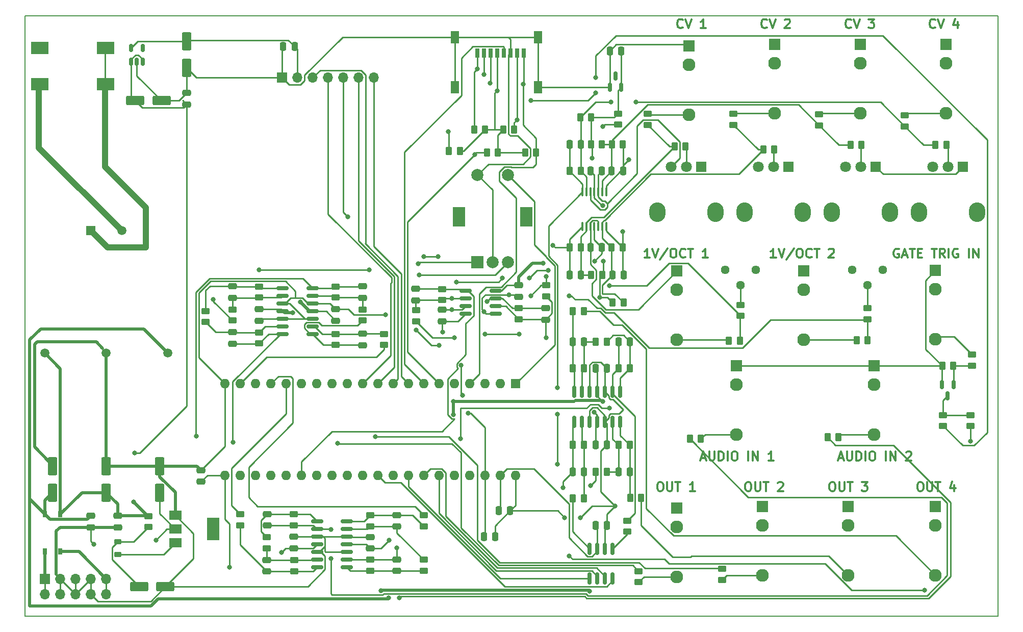
<source format=gbr>
%TF.GenerationSoftware,KiCad,Pcbnew,(6.0.5-0)*%
%TF.CreationDate,2022-09-18T01:29:25-07:00*%
%TF.ProjectId,Seed Test 01.01,53656564-2054-4657-9374-2030312e3031,rev?*%
%TF.SameCoordinates,Original*%
%TF.FileFunction,Copper,L1,Top*%
%TF.FilePolarity,Positive*%
%FSLAX46Y46*%
G04 Gerber Fmt 4.6, Leading zero omitted, Abs format (unit mm)*
G04 Created by KiCad (PCBNEW (6.0.5-0)) date 2022-09-18 01:29:25*
%MOMM*%
%LPD*%
G01*
G04 APERTURE LIST*
G04 Aperture macros list*
%AMRoundRect*
0 Rectangle with rounded corners*
0 $1 Rounding radius*
0 $2 $3 $4 $5 $6 $7 $8 $9 X,Y pos of 4 corners*
0 Add a 4 corners polygon primitive as box body*
4,1,4,$2,$3,$4,$5,$6,$7,$8,$9,$2,$3,0*
0 Add four circle primitives for the rounded corners*
1,1,$1+$1,$2,$3*
1,1,$1+$1,$4,$5*
1,1,$1+$1,$6,$7*
1,1,$1+$1,$8,$9*
0 Add four rect primitives between the rounded corners*
20,1,$1+$1,$2,$3,$4,$5,0*
20,1,$1+$1,$4,$5,$6,$7,0*
20,1,$1+$1,$6,$7,$8,$9,0*
20,1,$1+$1,$8,$9,$2,$3,0*%
G04 Aperture macros list end*
%TA.AperFunction,NonConductor*%
%ADD10C,0.200000*%
%TD*%
%ADD11C,0.300000*%
%TA.AperFunction,NonConductor*%
%ADD12C,0.300000*%
%TD*%
%TA.AperFunction,SMDPad,CuDef*%
%ADD13RoundRect,0.250000X-0.475000X0.250000X-0.475000X-0.250000X0.475000X-0.250000X0.475000X0.250000X0*%
%TD*%
%TA.AperFunction,SMDPad,CuDef*%
%ADD14RoundRect,0.250000X-0.450000X0.262500X-0.450000X-0.262500X0.450000X-0.262500X0.450000X0.262500X0*%
%TD*%
%TA.AperFunction,SMDPad,CuDef*%
%ADD15RoundRect,0.250000X0.450000X-0.262500X0.450000X0.262500X-0.450000X0.262500X-0.450000X-0.262500X0*%
%TD*%
%TA.AperFunction,SMDPad,CuDef*%
%ADD16RoundRect,0.250000X0.262500X0.450000X-0.262500X0.450000X-0.262500X-0.450000X0.262500X-0.450000X0*%
%TD*%
%TA.AperFunction,SMDPad,CuDef*%
%ADD17RoundRect,0.250000X0.250000X0.475000X-0.250000X0.475000X-0.250000X-0.475000X0.250000X-0.475000X0*%
%TD*%
%TA.AperFunction,SMDPad,CuDef*%
%ADD18RoundRect,0.150000X0.150000X-0.825000X0.150000X0.825000X-0.150000X0.825000X-0.150000X-0.825000X0*%
%TD*%
%TA.AperFunction,SMDPad,CuDef*%
%ADD19RoundRect,0.250000X-0.250000X-0.475000X0.250000X-0.475000X0.250000X0.475000X-0.250000X0.475000X0*%
%TD*%
%TA.AperFunction,SMDPad,CuDef*%
%ADD20RoundRect,0.250000X-0.262500X-0.450000X0.262500X-0.450000X0.262500X0.450000X-0.262500X0.450000X0*%
%TD*%
%TA.AperFunction,ComponentPad*%
%ADD21R,1.700000X1.700000*%
%TD*%
%TA.AperFunction,ComponentPad*%
%ADD22O,1.700000X1.700000*%
%TD*%
%TA.AperFunction,ComponentPad*%
%ADD23C,1.440000*%
%TD*%
%TA.AperFunction,SMDPad,CuDef*%
%ADD24RoundRect,0.250000X0.475000X-0.250000X0.475000X0.250000X-0.475000X0.250000X-0.475000X-0.250000X0*%
%TD*%
%TA.AperFunction,SMDPad,CuDef*%
%ADD25R,0.800000X1.000000*%
%TD*%
%TA.AperFunction,ComponentPad*%
%ADD26R,1.930000X1.830000*%
%TD*%
%TA.AperFunction,ComponentPad*%
%ADD27C,2.130000*%
%TD*%
%TA.AperFunction,ComponentPad*%
%ADD28O,2.720000X3.240000*%
%TD*%
%TA.AperFunction,ComponentPad*%
%ADD29R,1.800000X1.800000*%
%TD*%
%TA.AperFunction,ComponentPad*%
%ADD30C,1.800000*%
%TD*%
%TA.AperFunction,ComponentPad*%
%ADD31R,2.000000X2.000000*%
%TD*%
%TA.AperFunction,ComponentPad*%
%ADD32C,2.000000*%
%TD*%
%TA.AperFunction,ComponentPad*%
%ADD33R,2.000000X3.200000*%
%TD*%
%TA.AperFunction,SMDPad,CuDef*%
%ADD34R,0.800000X1.500000*%
%TD*%
%TA.AperFunction,SMDPad,CuDef*%
%ADD35R,1.450000X2.000000*%
%TD*%
%TA.AperFunction,SMDPad,CuDef*%
%ADD36RoundRect,0.150000X-0.150000X0.587500X-0.150000X-0.587500X0.150000X-0.587500X0.150000X0.587500X0*%
%TD*%
%TA.AperFunction,SMDPad,CuDef*%
%ADD37RoundRect,0.150000X0.150000X-0.512500X0.150000X0.512500X-0.150000X0.512500X-0.150000X-0.512500X0*%
%TD*%
%TA.AperFunction,SMDPad,CuDef*%
%ADD38RoundRect,0.218750X-0.381250X0.218750X-0.381250X-0.218750X0.381250X-0.218750X0.381250X0.218750X0*%
%TD*%
%TA.AperFunction,ComponentPad*%
%ADD39R,1.600000X1.600000*%
%TD*%
%TA.AperFunction,ComponentPad*%
%ADD40O,1.600000X1.600000*%
%TD*%
%TA.AperFunction,SMDPad,CuDef*%
%ADD41RoundRect,0.250000X-1.250000X-0.550000X1.250000X-0.550000X1.250000X0.550000X-1.250000X0.550000X0*%
%TD*%
%TA.AperFunction,SMDPad,CuDef*%
%ADD42RoundRect,0.100000X0.100000X-0.637500X0.100000X0.637500X-0.100000X0.637500X-0.100000X-0.637500X0*%
%TD*%
%TA.AperFunction,SMDPad,CuDef*%
%ADD43R,2.000000X1.500000*%
%TD*%
%TA.AperFunction,SMDPad,CuDef*%
%ADD44R,2.000000X3.800000*%
%TD*%
%TA.AperFunction,SMDPad,CuDef*%
%ADD45RoundRect,0.250000X-0.550000X1.250000X-0.550000X-1.250000X0.550000X-1.250000X0.550000X1.250000X0*%
%TD*%
%TA.AperFunction,SMDPad,CuDef*%
%ADD46RoundRect,0.150000X0.150000X-0.587500X0.150000X0.587500X-0.150000X0.587500X-0.150000X-0.587500X0*%
%TD*%
%TA.AperFunction,SMDPad,CuDef*%
%ADD47RoundRect,0.150000X-0.825000X-0.150000X0.825000X-0.150000X0.825000X0.150000X-0.825000X0.150000X0*%
%TD*%
%TA.AperFunction,SMDPad,CuDef*%
%ADD48RoundRect,0.250000X0.550000X-1.250000X0.550000X1.250000X-0.550000X1.250000X-0.550000X-1.250000X0*%
%TD*%
%TA.AperFunction,ComponentPad*%
%ADD49R,1.500000X1.500000*%
%TD*%
%TA.AperFunction,ComponentPad*%
%ADD50C,1.500000*%
%TD*%
%TA.AperFunction,SMDPad,CuDef*%
%ADD51R,3.000000X2.000000*%
%TD*%
%TA.AperFunction,ViaPad*%
%ADD52C,0.800000*%
%TD*%
%TA.AperFunction,Conductor*%
%ADD53C,0.250000*%
%TD*%
%TA.AperFunction,Conductor*%
%ADD54C,0.500000*%
%TD*%
%TA.AperFunction,Conductor*%
%ADD55C,1.000000*%
%TD*%
G04 APERTURE END LIST*
D10*
X230591000Y-144660500D02*
X69047000Y-144660500D01*
X69047000Y-144660500D02*
X69047000Y-44965500D01*
X69047000Y-44965500D02*
X230591000Y-44965500D01*
X230591000Y-44965500D02*
X230591000Y-144660500D01*
D11*
D12*
X202954285Y-122368571D02*
X203240000Y-122368571D01*
X203382857Y-122440000D01*
X203525714Y-122582857D01*
X203597142Y-122868571D01*
X203597142Y-123368571D01*
X203525714Y-123654285D01*
X203382857Y-123797142D01*
X203240000Y-123868571D01*
X202954285Y-123868571D01*
X202811428Y-123797142D01*
X202668571Y-123654285D01*
X202597142Y-123368571D01*
X202597142Y-122868571D01*
X202668571Y-122582857D01*
X202811428Y-122440000D01*
X202954285Y-122368571D01*
X204240000Y-122368571D02*
X204240000Y-123582857D01*
X204311428Y-123725714D01*
X204382857Y-123797142D01*
X204525714Y-123868571D01*
X204811428Y-123868571D01*
X204954285Y-123797142D01*
X205025714Y-123725714D01*
X205097142Y-123582857D01*
X205097142Y-122368571D01*
X205597142Y-122368571D02*
X206454285Y-122368571D01*
X206025714Y-123868571D02*
X206025714Y-122368571D01*
X207954285Y-122368571D02*
X208882857Y-122368571D01*
X208382857Y-122940000D01*
X208597142Y-122940000D01*
X208740000Y-123011428D01*
X208811428Y-123082857D01*
X208882857Y-123225714D01*
X208882857Y-123582857D01*
X208811428Y-123725714D01*
X208740000Y-123797142D01*
X208597142Y-123868571D01*
X208168571Y-123868571D01*
X208025714Y-123797142D01*
X207954285Y-123725714D01*
D11*
D12*
X181289285Y-118360000D02*
X182003571Y-118360000D01*
X181146428Y-118788571D02*
X181646428Y-117288571D01*
X182146428Y-118788571D01*
X182646428Y-117288571D02*
X182646428Y-118502857D01*
X182717857Y-118645714D01*
X182789285Y-118717142D01*
X182932142Y-118788571D01*
X183217857Y-118788571D01*
X183360714Y-118717142D01*
X183432142Y-118645714D01*
X183503571Y-118502857D01*
X183503571Y-117288571D01*
X184217857Y-118788571D02*
X184217857Y-117288571D01*
X184575000Y-117288571D01*
X184789285Y-117360000D01*
X184932142Y-117502857D01*
X185003571Y-117645714D01*
X185075000Y-117931428D01*
X185075000Y-118145714D01*
X185003571Y-118431428D01*
X184932142Y-118574285D01*
X184789285Y-118717142D01*
X184575000Y-118788571D01*
X184217857Y-118788571D01*
X185717857Y-118788571D02*
X185717857Y-117288571D01*
X186717857Y-117288571D02*
X187003571Y-117288571D01*
X187146428Y-117360000D01*
X187289285Y-117502857D01*
X187360714Y-117788571D01*
X187360714Y-118288571D01*
X187289285Y-118574285D01*
X187146428Y-118717142D01*
X187003571Y-118788571D01*
X186717857Y-118788571D01*
X186575000Y-118717142D01*
X186432142Y-118574285D01*
X186360714Y-118288571D01*
X186360714Y-117788571D01*
X186432142Y-117502857D01*
X186575000Y-117360000D01*
X186717857Y-117288571D01*
X189146428Y-118788571D02*
X189146428Y-117288571D01*
X189860714Y-118788571D02*
X189860714Y-117288571D01*
X190717857Y-118788571D01*
X190717857Y-117288571D01*
X193360714Y-118788571D02*
X192503571Y-118788571D01*
X192932142Y-118788571D02*
X192932142Y-117288571D01*
X192789285Y-117502857D01*
X192646428Y-117645714D01*
X192503571Y-117717142D01*
D11*
D12*
X204149285Y-118360000D02*
X204863571Y-118360000D01*
X204006428Y-118788571D02*
X204506428Y-117288571D01*
X205006428Y-118788571D01*
X205506428Y-117288571D02*
X205506428Y-118502857D01*
X205577857Y-118645714D01*
X205649285Y-118717142D01*
X205792142Y-118788571D01*
X206077857Y-118788571D01*
X206220714Y-118717142D01*
X206292142Y-118645714D01*
X206363571Y-118502857D01*
X206363571Y-117288571D01*
X207077857Y-118788571D02*
X207077857Y-117288571D01*
X207435000Y-117288571D01*
X207649285Y-117360000D01*
X207792142Y-117502857D01*
X207863571Y-117645714D01*
X207935000Y-117931428D01*
X207935000Y-118145714D01*
X207863571Y-118431428D01*
X207792142Y-118574285D01*
X207649285Y-118717142D01*
X207435000Y-118788571D01*
X207077857Y-118788571D01*
X208577857Y-118788571D02*
X208577857Y-117288571D01*
X209577857Y-117288571D02*
X209863571Y-117288571D01*
X210006428Y-117360000D01*
X210149285Y-117502857D01*
X210220714Y-117788571D01*
X210220714Y-118288571D01*
X210149285Y-118574285D01*
X210006428Y-118717142D01*
X209863571Y-118788571D01*
X209577857Y-118788571D01*
X209435000Y-118717142D01*
X209292142Y-118574285D01*
X209220714Y-118288571D01*
X209220714Y-117788571D01*
X209292142Y-117502857D01*
X209435000Y-117360000D01*
X209577857Y-117288571D01*
X212006428Y-118788571D02*
X212006428Y-117288571D01*
X212720714Y-118788571D02*
X212720714Y-117288571D01*
X213577857Y-118788571D01*
X213577857Y-117288571D01*
X215363571Y-117431428D02*
X215435000Y-117360000D01*
X215577857Y-117288571D01*
X215935000Y-117288571D01*
X216077857Y-117360000D01*
X216149285Y-117431428D01*
X216220714Y-117574285D01*
X216220714Y-117717142D01*
X216149285Y-117931428D01*
X215292142Y-118788571D01*
X216220714Y-118788571D01*
D11*
D12*
X217559285Y-122368571D02*
X217845000Y-122368571D01*
X217987857Y-122440000D01*
X218130714Y-122582857D01*
X218202142Y-122868571D01*
X218202142Y-123368571D01*
X218130714Y-123654285D01*
X217987857Y-123797142D01*
X217845000Y-123868571D01*
X217559285Y-123868571D01*
X217416428Y-123797142D01*
X217273571Y-123654285D01*
X217202142Y-123368571D01*
X217202142Y-122868571D01*
X217273571Y-122582857D01*
X217416428Y-122440000D01*
X217559285Y-122368571D01*
X218845000Y-122368571D02*
X218845000Y-123582857D01*
X218916428Y-123725714D01*
X218987857Y-123797142D01*
X219130714Y-123868571D01*
X219416428Y-123868571D01*
X219559285Y-123797142D01*
X219630714Y-123725714D01*
X219702142Y-123582857D01*
X219702142Y-122368571D01*
X220202142Y-122368571D02*
X221059285Y-122368571D01*
X220630714Y-123868571D02*
X220630714Y-122368571D01*
X223345000Y-122868571D02*
X223345000Y-123868571D01*
X222987857Y-122297142D02*
X222630714Y-123368571D01*
X223559285Y-123368571D01*
D11*
D12*
X206180714Y-46890714D02*
X206109285Y-46962142D01*
X205895000Y-47033571D01*
X205752142Y-47033571D01*
X205537857Y-46962142D01*
X205395000Y-46819285D01*
X205323571Y-46676428D01*
X205252142Y-46390714D01*
X205252142Y-46176428D01*
X205323571Y-45890714D01*
X205395000Y-45747857D01*
X205537857Y-45605000D01*
X205752142Y-45533571D01*
X205895000Y-45533571D01*
X206109285Y-45605000D01*
X206180714Y-45676428D01*
X206609285Y-45533571D02*
X207109285Y-47033571D01*
X207609285Y-45533571D01*
X209109285Y-45533571D02*
X210037857Y-45533571D01*
X209537857Y-46105000D01*
X209752142Y-46105000D01*
X209895000Y-46176428D01*
X209966428Y-46247857D01*
X210037857Y-46390714D01*
X210037857Y-46747857D01*
X209966428Y-46890714D01*
X209895000Y-46962142D01*
X209752142Y-47033571D01*
X209323571Y-47033571D01*
X209180714Y-46962142D01*
X209109285Y-46890714D01*
D11*
D12*
X174379285Y-122368571D02*
X174665000Y-122368571D01*
X174807857Y-122440000D01*
X174950714Y-122582857D01*
X175022142Y-122868571D01*
X175022142Y-123368571D01*
X174950714Y-123654285D01*
X174807857Y-123797142D01*
X174665000Y-123868571D01*
X174379285Y-123868571D01*
X174236428Y-123797142D01*
X174093571Y-123654285D01*
X174022142Y-123368571D01*
X174022142Y-122868571D01*
X174093571Y-122582857D01*
X174236428Y-122440000D01*
X174379285Y-122368571D01*
X175665000Y-122368571D02*
X175665000Y-123582857D01*
X175736428Y-123725714D01*
X175807857Y-123797142D01*
X175950714Y-123868571D01*
X176236428Y-123868571D01*
X176379285Y-123797142D01*
X176450714Y-123725714D01*
X176522142Y-123582857D01*
X176522142Y-122368571D01*
X177022142Y-122368571D02*
X177879285Y-122368571D01*
X177450714Y-123868571D02*
X177450714Y-122368571D01*
X180307857Y-123868571D02*
X179450714Y-123868571D01*
X179879285Y-123868571D02*
X179879285Y-122368571D01*
X179736428Y-122582857D01*
X179593571Y-122725714D01*
X179450714Y-122797142D01*
D11*
D12*
X188984285Y-122368571D02*
X189270000Y-122368571D01*
X189412857Y-122440000D01*
X189555714Y-122582857D01*
X189627142Y-122868571D01*
X189627142Y-123368571D01*
X189555714Y-123654285D01*
X189412857Y-123797142D01*
X189270000Y-123868571D01*
X188984285Y-123868571D01*
X188841428Y-123797142D01*
X188698571Y-123654285D01*
X188627142Y-123368571D01*
X188627142Y-122868571D01*
X188698571Y-122582857D01*
X188841428Y-122440000D01*
X188984285Y-122368571D01*
X190270000Y-122368571D02*
X190270000Y-123582857D01*
X190341428Y-123725714D01*
X190412857Y-123797142D01*
X190555714Y-123868571D01*
X190841428Y-123868571D01*
X190984285Y-123797142D01*
X191055714Y-123725714D01*
X191127142Y-123582857D01*
X191127142Y-122368571D01*
X191627142Y-122368571D02*
X192484285Y-122368571D01*
X192055714Y-123868571D02*
X192055714Y-122368571D01*
X194055714Y-122511428D02*
X194127142Y-122440000D01*
X194270000Y-122368571D01*
X194627142Y-122368571D01*
X194770000Y-122440000D01*
X194841428Y-122511428D01*
X194912857Y-122654285D01*
X194912857Y-122797142D01*
X194841428Y-123011428D01*
X193984285Y-123868571D01*
X194912857Y-123868571D01*
D11*
D12*
X220150714Y-46890714D02*
X220079285Y-46962142D01*
X219865000Y-47033571D01*
X219722142Y-47033571D01*
X219507857Y-46962142D01*
X219365000Y-46819285D01*
X219293571Y-46676428D01*
X219222142Y-46390714D01*
X219222142Y-46176428D01*
X219293571Y-45890714D01*
X219365000Y-45747857D01*
X219507857Y-45605000D01*
X219722142Y-45533571D01*
X219865000Y-45533571D01*
X220079285Y-45605000D01*
X220150714Y-45676428D01*
X220579285Y-45533571D02*
X221079285Y-47033571D01*
X221579285Y-45533571D01*
X223865000Y-46033571D02*
X223865000Y-47033571D01*
X223507857Y-45462142D02*
X223150714Y-46533571D01*
X224079285Y-46533571D01*
D11*
D12*
X178240714Y-46890714D02*
X178169285Y-46962142D01*
X177955000Y-47033571D01*
X177812142Y-47033571D01*
X177597857Y-46962142D01*
X177455000Y-46819285D01*
X177383571Y-46676428D01*
X177312142Y-46390714D01*
X177312142Y-46176428D01*
X177383571Y-45890714D01*
X177455000Y-45747857D01*
X177597857Y-45605000D01*
X177812142Y-45533571D01*
X177955000Y-45533571D01*
X178169285Y-45605000D01*
X178240714Y-45676428D01*
X178669285Y-45533571D02*
X179169285Y-47033571D01*
X179669285Y-45533571D01*
X182097857Y-47033571D02*
X181240714Y-47033571D01*
X181669285Y-47033571D02*
X181669285Y-45533571D01*
X181526428Y-45747857D01*
X181383571Y-45890714D01*
X181240714Y-45962142D01*
D11*
D12*
X193727142Y-85133571D02*
X192870000Y-85133571D01*
X193298571Y-85133571D02*
X193298571Y-83633571D01*
X193155714Y-83847857D01*
X193012857Y-83990714D01*
X192870000Y-84062142D01*
X194155714Y-83633571D02*
X194655714Y-85133571D01*
X195155714Y-83633571D01*
X196727142Y-83562142D02*
X195441428Y-85490714D01*
X197512857Y-83633571D02*
X197798571Y-83633571D01*
X197941428Y-83705000D01*
X198084285Y-83847857D01*
X198155714Y-84133571D01*
X198155714Y-84633571D01*
X198084285Y-84919285D01*
X197941428Y-85062142D01*
X197798571Y-85133571D01*
X197512857Y-85133571D01*
X197370000Y-85062142D01*
X197227142Y-84919285D01*
X197155714Y-84633571D01*
X197155714Y-84133571D01*
X197227142Y-83847857D01*
X197370000Y-83705000D01*
X197512857Y-83633571D01*
X199655714Y-84990714D02*
X199584285Y-85062142D01*
X199370000Y-85133571D01*
X199227142Y-85133571D01*
X199012857Y-85062142D01*
X198870000Y-84919285D01*
X198798571Y-84776428D01*
X198727142Y-84490714D01*
X198727142Y-84276428D01*
X198798571Y-83990714D01*
X198870000Y-83847857D01*
X199012857Y-83705000D01*
X199227142Y-83633571D01*
X199370000Y-83633571D01*
X199584285Y-83705000D01*
X199655714Y-83776428D01*
X200084285Y-83633571D02*
X200941428Y-83633571D01*
X200512857Y-85133571D02*
X200512857Y-83633571D01*
X202512857Y-83776428D02*
X202584285Y-83705000D01*
X202727142Y-83633571D01*
X203084285Y-83633571D01*
X203227142Y-83705000D01*
X203298571Y-83776428D01*
X203370000Y-83919285D01*
X203370000Y-84062142D01*
X203298571Y-84276428D01*
X202441428Y-85133571D01*
X203370000Y-85133571D01*
D11*
D12*
X192210714Y-46890714D02*
X192139285Y-46962142D01*
X191925000Y-47033571D01*
X191782142Y-47033571D01*
X191567857Y-46962142D01*
X191425000Y-46819285D01*
X191353571Y-46676428D01*
X191282142Y-46390714D01*
X191282142Y-46176428D01*
X191353571Y-45890714D01*
X191425000Y-45747857D01*
X191567857Y-45605000D01*
X191782142Y-45533571D01*
X191925000Y-45533571D01*
X192139285Y-45605000D01*
X192210714Y-45676428D01*
X192639285Y-45533571D02*
X193139285Y-47033571D01*
X193639285Y-45533571D01*
X195210714Y-45676428D02*
X195282142Y-45605000D01*
X195425000Y-45533571D01*
X195782142Y-45533571D01*
X195925000Y-45605000D01*
X195996428Y-45676428D01*
X196067857Y-45819285D01*
X196067857Y-45962142D01*
X195996428Y-46176428D01*
X195139285Y-47033571D01*
X196067857Y-47033571D01*
D11*
D12*
X214130714Y-83705000D02*
X213987857Y-83633571D01*
X213773571Y-83633571D01*
X213559285Y-83705000D01*
X213416428Y-83847857D01*
X213345000Y-83990714D01*
X213273571Y-84276428D01*
X213273571Y-84490714D01*
X213345000Y-84776428D01*
X213416428Y-84919285D01*
X213559285Y-85062142D01*
X213773571Y-85133571D01*
X213916428Y-85133571D01*
X214130714Y-85062142D01*
X214202142Y-84990714D01*
X214202142Y-84490714D01*
X213916428Y-84490714D01*
X214773571Y-84705000D02*
X215487857Y-84705000D01*
X214630714Y-85133571D02*
X215130714Y-83633571D01*
X215630714Y-85133571D01*
X215916428Y-83633571D02*
X216773571Y-83633571D01*
X216345000Y-85133571D02*
X216345000Y-83633571D01*
X217273571Y-84347857D02*
X217773571Y-84347857D01*
X217987857Y-85133571D02*
X217273571Y-85133571D01*
X217273571Y-83633571D01*
X217987857Y-83633571D01*
X219559285Y-83633571D02*
X220416428Y-83633571D01*
X219987857Y-85133571D02*
X219987857Y-83633571D01*
X221773571Y-85133571D02*
X221273571Y-84419285D01*
X220916428Y-85133571D02*
X220916428Y-83633571D01*
X221487857Y-83633571D01*
X221630714Y-83705000D01*
X221702142Y-83776428D01*
X221773571Y-83919285D01*
X221773571Y-84133571D01*
X221702142Y-84276428D01*
X221630714Y-84347857D01*
X221487857Y-84419285D01*
X220916428Y-84419285D01*
X222416428Y-85133571D02*
X222416428Y-83633571D01*
X223916428Y-83705000D02*
X223773571Y-83633571D01*
X223559285Y-83633571D01*
X223345000Y-83705000D01*
X223202142Y-83847857D01*
X223130714Y-83990714D01*
X223059285Y-84276428D01*
X223059285Y-84490714D01*
X223130714Y-84776428D01*
X223202142Y-84919285D01*
X223345000Y-85062142D01*
X223559285Y-85133571D01*
X223702142Y-85133571D01*
X223916428Y-85062142D01*
X223987857Y-84990714D01*
X223987857Y-84490714D01*
X223702142Y-84490714D01*
X225773571Y-85133571D02*
X225773571Y-83633571D01*
X226487857Y-85133571D02*
X226487857Y-83633571D01*
X227345000Y-85133571D01*
X227345000Y-83633571D01*
D11*
D12*
X172772142Y-85133571D02*
X171915000Y-85133571D01*
X172343571Y-85133571D02*
X172343571Y-83633571D01*
X172200714Y-83847857D01*
X172057857Y-83990714D01*
X171915000Y-84062142D01*
X173200714Y-83633571D02*
X173700714Y-85133571D01*
X174200714Y-83633571D01*
X175772142Y-83562142D02*
X174486428Y-85490714D01*
X176557857Y-83633571D02*
X176843571Y-83633571D01*
X176986428Y-83705000D01*
X177129285Y-83847857D01*
X177200714Y-84133571D01*
X177200714Y-84633571D01*
X177129285Y-84919285D01*
X176986428Y-85062142D01*
X176843571Y-85133571D01*
X176557857Y-85133571D01*
X176415000Y-85062142D01*
X176272142Y-84919285D01*
X176200714Y-84633571D01*
X176200714Y-84133571D01*
X176272142Y-83847857D01*
X176415000Y-83705000D01*
X176557857Y-83633571D01*
X178700714Y-84990714D02*
X178629285Y-85062142D01*
X178415000Y-85133571D01*
X178272142Y-85133571D01*
X178057857Y-85062142D01*
X177915000Y-84919285D01*
X177843571Y-84776428D01*
X177772142Y-84490714D01*
X177772142Y-84276428D01*
X177843571Y-83990714D01*
X177915000Y-83847857D01*
X178057857Y-83705000D01*
X178272142Y-83633571D01*
X178415000Y-83633571D01*
X178629285Y-83705000D01*
X178700714Y-83776428D01*
X179129285Y-83633571D02*
X179986428Y-83633571D01*
X179557857Y-85133571D02*
X179557857Y-83633571D01*
X182415000Y-85133571D02*
X181557857Y-85133571D01*
X181986428Y-85133571D02*
X181986428Y-83633571D01*
X181843571Y-83847857D01*
X181700714Y-83990714D01*
X181557857Y-84062142D01*
D13*
%TO.P,C17,1*%
%TO.N,Net-(C17-Pad1)*%
X109163000Y-135302500D03*
%TO.P,C17,2*%
%TO.N,Net-(C17-Pad2)*%
X109163000Y-137202500D03*
%TD*%
D14*
%TO.P,R32,1*%
%TO.N,Net-(C28-Pad1)*%
X128629000Y-97798436D03*
%TO.P,R32,2*%
%TO.N,AUDIO_OUT_R*%
X128629000Y-99623436D03*
%TD*%
D15*
%TO.P,R14,1*%
%TO.N,Net-(C17-Pad2)*%
X113735000Y-137165000D03*
%TO.P,R14,2*%
%TO.N,Net-(C17-Pad1)*%
X113735000Y-135340000D03*
%TD*%
D16*
%TO.P,R53,1*%
%TO.N,Net-(C36-Pad2)*%
X169446500Y-116210000D03*
%TO.P,R53,2*%
%TO.N,Net-(C36-Pad1)*%
X167621500Y-116210000D03*
%TD*%
D17*
%TO.P,C3,1*%
%TO.N,GNDA*%
X147132000Y-131450000D03*
%TO.P,C3,2*%
%TO.N,+3.3VA*%
X145232000Y-131450000D03*
%TD*%
D18*
%TO.P,U1,1,SDATA*%
%TO.N,SAI2_SD_A*%
X162819000Y-138370000D03*
%TO.P,U1,2,~{DEM}/SCLK*%
%TO.N,SAI2_SCK_A*%
X164089000Y-138370000D03*
%TO.P,U1,3,LRCK*%
%TO.N,SAI2_FS_A*%
X165359000Y-138370000D03*
%TO.P,U1,4,MCLK*%
%TO.N,SAI2_MCLK*%
X166629000Y-138370000D03*
%TO.P,U1,5,AOUTR*%
%TO.N,DAC_AUDIO_R*%
X166629000Y-133420000D03*
%TO.P,U1,6,AGND*%
%TO.N,GNDA*%
X165359000Y-133420000D03*
%TO.P,U1,7,VA*%
%TO.N,+5V*%
X164089000Y-133420000D03*
%TO.P,U1,8,AOUTL*%
%TO.N,DAC_AUDIO_L*%
X162819000Y-133420000D03*
%TD*%
D19*
%TO.P,C8,1*%
%TO.N,GNDA*%
X111931000Y-50069936D03*
%TO.P,C8,2*%
%TO.N,+3V3*%
X113831000Y-50069936D03*
%TD*%
D18*
%TO.P,U7,1*%
%TO.N,Net-(C33-Pad2)*%
X160279000Y-112335000D03*
%TO.P,U7,2,-*%
%TO.N,Net-(C33-Pad1)*%
X161549000Y-112335000D03*
%TO.P,U7,3,+*%
%TO.N,GNDA*%
X162819000Y-112335000D03*
%TO.P,U7,4,V+*%
%TO.N,+12V*%
X164089000Y-112335000D03*
%TO.P,U7,5,+*%
%TO.N,GNDA*%
X165359000Y-112335000D03*
%TO.P,U7,6,-*%
%TO.N,Net-(C36-Pad1)*%
X166629000Y-112335000D03*
%TO.P,U7,7*%
%TO.N,Net-(C36-Pad2)*%
X167899000Y-112335000D03*
%TO.P,U7,8*%
%TO.N,Net-(C32-Pad2)*%
X167899000Y-107385000D03*
%TO.P,U7,9,-*%
%TO.N,Net-(C32-Pad1)*%
X166629000Y-107385000D03*
%TO.P,U7,10,+*%
%TO.N,GNDA*%
X165359000Y-107385000D03*
%TO.P,U7,11,V-*%
%TO.N,-12V*%
X164089000Y-107385000D03*
%TO.P,U7,12,+*%
%TO.N,GNDA*%
X162819000Y-107385000D03*
%TO.P,U7,13,-*%
%TO.N,Net-(C35-Pad1)*%
X161549000Y-107385000D03*
%TO.P,U7,14*%
%TO.N,Net-(C35-Pad2)*%
X160279000Y-107385000D03*
%TD*%
D20*
%TO.P,R30,1*%
%TO.N,ADC_CTRL_1*%
X159493500Y-83444000D03*
%TO.P,R30,2*%
%TO.N,Net-(C25-Pad1)*%
X161318500Y-83444000D03*
%TD*%
D21*
%TO.P,J4,1,Pin_1*%
%TO.N,VCC*%
X72395000Y-138435000D03*
D22*
%TO.P,J4,2,Pin_2*%
X72395000Y-140975000D03*
%TO.P,J4,3,Pin_3*%
%TO.N,GNDA*%
X74935000Y-138435000D03*
%TO.P,J4,4,Pin_4*%
X74935000Y-140975000D03*
%TO.P,J4,5,Pin_5*%
X77475000Y-138435000D03*
%TO.P,J4,6,Pin_6*%
X77475000Y-140975000D03*
%TO.P,J4,7,Pin_7*%
X80015000Y-138435000D03*
%TO.P,J4,8,Pin_8*%
X80015000Y-140975000D03*
%TO.P,J4,9,Pin_9*%
%TO.N,VEE*%
X82555000Y-138435000D03*
%TO.P,J4,10,Pin_10*%
X82555000Y-140975000D03*
%TD*%
D19*
%TO.P,C36,1*%
%TO.N,Net-(C36-Pad1)*%
X167584000Y-120655000D03*
%TO.P,C36,2*%
%TO.N,Net-(C36-Pad2)*%
X169484000Y-120655000D03*
%TD*%
D15*
%TO.P,R61,1*%
%TO.N,Net-(C42-Pad1)*%
X155553000Y-91518936D03*
%TO.P,R61,2*%
%TO.N,-10V*%
X155553000Y-89693936D03*
%TD*%
D14*
%TO.P,R13,1*%
%TO.N,Net-(C18-Pad1)*%
X135260000Y-135236500D03*
%TO.P,R13,2*%
%TO.N,Net-(C16-Pad2)*%
X135260000Y-137061500D03*
%TD*%
D23*
%TO.P,RV6,1,1*%
%TO.N,+3.3VP*%
X211445000Y-87172000D03*
%TO.P,RV6,2,2*%
%TO.N,Net-(R63-Pad2)*%
X208905000Y-89712000D03*
%TO.P,RV6,3,3*%
%TO.N,GNDA*%
X206365000Y-87172000D03*
%TD*%
D24*
%TO.P,C18,1*%
%TO.N,Net-(C18-Pad1)*%
X130815000Y-129733000D03*
%TO.P,C18,2*%
%TO.N,Net-(C18-Pad2)*%
X130815000Y-127833000D03*
%TD*%
D20*
%TO.P,R20,1*%
%TO.N,Net-(C25-Pad1)*%
X176892500Y-66680000D03*
%TO.P,R20,2*%
%TO.N,Net-(R20-Pad2)*%
X178717500Y-66680000D03*
%TD*%
D25*
%TO.P,D1,1*%
%TO.N,VCC*%
X72395000Y-133890000D03*
%TO.P,D1,2*%
%TO.N,VEE*%
X74935000Y-133890000D03*
%TO.P,D1,3,+*%
%TO.N,+12V*%
X74935000Y-127740000D03*
%TO.P,D1,4,-*%
%TO.N,-12V*%
X72395000Y-127740000D03*
%TD*%
D17*
%TO.P,C37,1*%
%TO.N,+12V*%
X164851000Y-83444000D03*
%TO.P,C37,2*%
%TO.N,GNDA*%
X162951000Y-83444000D03*
%TD*%
D20*
%TO.P,R59,1*%
%TO.N,GNDA*%
X221342500Y-103080500D03*
%TO.P,R59,2*%
%TO.N,Net-(Q1-Pad1)*%
X223167500Y-103080500D03*
%TD*%
D14*
%TO.P,R38,1*%
%TO.N,Net-(C30-Pad2)*%
X120655000Y-89897500D03*
%TO.P,R38,2*%
%TO.N,Net-(C30-Pad1)*%
X120655000Y-91722500D03*
%TD*%
D19*
%TO.P,C38,1*%
%TO.N,-12V*%
X162946000Y-70744000D03*
%TO.P,C38,2*%
%TO.N,GNDA*%
X164846000Y-70744000D03*
%TD*%
D14*
%TO.P,R48,1*%
%TO.N,Net-(C41-Pad1)*%
X133963000Y-93861436D03*
%TO.P,R48,2*%
%TO.N,-10V*%
X133963000Y-95686436D03*
%TD*%
D19*
%TO.P,C32,1*%
%TO.N,Net-(C32-Pad1)*%
X167584000Y-99065000D03*
%TO.P,C32,2*%
%TO.N,Net-(C32-Pad2)*%
X169484000Y-99065000D03*
%TD*%
D16*
%TO.P,R51,1*%
%TO.N,Net-(C41-Pad1)*%
X187734500Y-98921000D03*
%TO.P,R51,2*%
%TO.N,Net-(J11-PadT)*%
X185909500Y-98921000D03*
%TD*%
D15*
%TO.P,R25,1*%
%TO.N,Net-(C27-Pad1)*%
X200919000Y-63186000D03*
%TO.P,R25,2*%
%TO.N,Net-(J9-PadT)*%
X200919000Y-61361000D03*
%TD*%
D13*
%TO.P,C21,1*%
%TO.N,+12V*%
X107955000Y-93670000D03*
%TO.P,C21,2*%
%TO.N,GNDA*%
X107955000Y-95570000D03*
%TD*%
D14*
%TO.P,R57,1*%
%TO.N,ADC1_1VOCT1*%
X138343000Y-90328936D03*
%TO.P,R57,2*%
%TO.N,Net-(C41-Pad1)*%
X138343000Y-92153936D03*
%TD*%
D26*
%TO.P,J9,S*%
%TO.N,GNDA*%
X207777000Y-49724000D03*
D27*
%TO.P,J9,T*%
%TO.N,Net-(J9-PadT)*%
X207777000Y-61124000D03*
%TO.P,J9,TN*%
%TO.N,unconnected-(J9-PadTN)*%
X207777000Y-52824000D03*
%TD*%
D16*
%TO.P,R55,1*%
%TO.N,Net-(J15-PadT)*%
X171351500Y-124999936D03*
%TO.P,R55,2*%
%TO.N,Net-(C36-Pad2)*%
X169526500Y-124999936D03*
%TD*%
D28*
%TO.P,RV2,*%
%TO.N,*%
X198139000Y-77544000D03*
X188539000Y-77544000D03*
D29*
%TO.P,RV2,1,1*%
%TO.N,+3.3VP*%
X195839000Y-70044000D03*
D30*
%TO.P,RV2,2,2*%
%TO.N,Net-(R23-Pad2)*%
X193339000Y-70044000D03*
%TO.P,RV2,3,3*%
%TO.N,GNDA*%
X190839000Y-70044000D03*
%TD*%
D17*
%TO.P,C34,1*%
%TO.N,Net-(C34-Pad1)*%
X161356000Y-66299000D03*
%TO.P,C34,2*%
%TO.N,ADC_CTRL_4*%
X159456000Y-66299000D03*
%TD*%
D31*
%TO.P,SW1,A,A*%
%TO.N,ENC_A*%
X144190000Y-85868000D03*
D32*
%TO.P,SW1,B,B*%
%TO.N,ENC_B*%
X149190000Y-85868000D03*
%TO.P,SW1,C,C*%
%TO.N,GNDA*%
X146690000Y-85868000D03*
D33*
%TO.P,SW1,MP*%
%TO.N,N/C*%
X141090000Y-78368000D03*
X152290000Y-78368000D03*
D32*
%TO.P,SW1,S1,S1*%
%TO.N,ENC_CLICK*%
X149190000Y-71368000D03*
%TO.P,SW1,S2,S2*%
%TO.N,GNDA*%
X144190000Y-71368000D03*
%TD*%
D17*
%TO.P,C35,1*%
%TO.N,Net-(C35-Pad1)*%
X161864000Y-99065000D03*
%TO.P,C35,2*%
%TO.N,Net-(C35-Pad2)*%
X159964000Y-99065000D03*
%TD*%
D16*
%TO.P,R24,1*%
%TO.N,Net-(C27-Pad1)*%
X164823700Y-66299000D03*
%TO.P,R24,2*%
%TO.N,-10V*%
X162998700Y-66299000D03*
%TD*%
D26*
%TO.P,J11,S*%
%TO.N,GNDA*%
X177297000Y-87316000D03*
D27*
%TO.P,J11,T*%
%TO.N,Net-(J11-PadT)*%
X177297000Y-98716000D03*
%TO.P,J11,TN*%
%TO.N,unconnected-(J11-PadTN)*%
X177297000Y-90416000D03*
%TD*%
D14*
%TO.P,R60,1*%
%TO.N,Net-(Q1-Pad3)*%
X221493000Y-111233500D03*
%TO.P,R60,2*%
%TO.N,+3.3VA*%
X221493000Y-113058500D03*
%TD*%
D13*
%TO.P,C31,1*%
%TO.N,Net-(C31-Pad1)*%
X103510000Y-97480000D03*
%TO.P,C31,2*%
%TO.N,Net-(C31-Pad2)*%
X103510000Y-99380000D03*
%TD*%
D16*
%TO.P,R50,1*%
%TO.N,Net-(C36-Pad1)*%
X165636500Y-120655000D03*
%TO.P,R50,2*%
%TO.N,Net-(C33-Pad2)*%
X163811500Y-120655000D03*
%TD*%
D34*
%TO.P,J3,1,DAT2*%
%TO.N,SDMMC1_D2*%
X144125000Y-51160000D03*
%TO.P,J3,2,DAT3/CD*%
%TO.N,SDMMC1_D3*%
X145225000Y-51160000D03*
%TO.P,J3,3,CMD*%
%TO.N,SDMMC1_CMD*%
X146325000Y-51160000D03*
%TO.P,J3,4,VDD*%
%TO.N,+3.3VA*%
X147425000Y-51160000D03*
%TO.P,J3,5,CLK*%
%TO.N,SDMMC1_CK*%
X148525000Y-51160000D03*
%TO.P,J3,6,VSS*%
%TO.N,GNDA*%
X149625000Y-51160000D03*
%TO.P,J3,7,DAT0*%
%TO.N,SDMMC1_D0*%
X150725000Y-51160000D03*
%TO.P,J3,8,DAT1*%
%TO.N,SDMMC1_D1*%
X151825000Y-51160000D03*
D35*
%TO.P,J3,9,SHIELD*%
%TO.N,GNDA*%
X140450000Y-48560000D03*
X154200000Y-56860000D03*
X154200000Y-48560000D03*
X140450000Y-56860000D03*
%TD*%
D26*
%TO.P,J6,S*%
%TO.N,GNDA*%
X210063000Y-103064000D03*
D27*
%TO.P,J6,T*%
%TO.N,Net-(J6-PadT)*%
X210063000Y-114464000D03*
%TO.P,J6,TN*%
%TO.N,unconnected-(J6-PadTN)*%
X210063000Y-106164000D03*
%TD*%
D15*
%TO.P,R7,1*%
%TO.N,-12V*%
X167491000Y-63047436D03*
%TO.P,R7,2*%
%TO.N,-10V*%
X167491000Y-61222436D03*
%TD*%
D36*
%TO.P,Q1,1,B*%
%TO.N,Net-(Q1-Pad1)*%
X223205000Y-106207000D03*
%TO.P,Q1,2,E*%
%TO.N,GNDA*%
X221305000Y-106207000D03*
%TO.P,Q1,3,C*%
%TO.N,Net-(Q1-Pad3)*%
X222255000Y-108082000D03*
%TD*%
D20*
%TO.P,R45,1*%
%TO.N,Net-(C33-Pad2)*%
X160001500Y-116210000D03*
%TO.P,R45,2*%
%TO.N,Net-(C33-Pad1)*%
X161826500Y-116210000D03*
%TD*%
D14*
%TO.P,R16,1*%
%TO.N,AUDIO_IN_L*%
X104780000Y-127720000D03*
%TO.P,R16,2*%
%TO.N,Net-(C17-Pad2)*%
X104780000Y-129545000D03*
%TD*%
D37*
%TO.P,U2,1,VIN*%
%TO.N,+12V*%
X86685000Y-52577500D03*
%TO.P,U2,2,GND*%
%TO.N,GNDA*%
X87635000Y-52577500D03*
%TO.P,U2,3,EN*%
%TO.N,+12V*%
X88585000Y-52577500D03*
%TO.P,U2,4,NC*%
%TO.N,unconnected-(U2-Pad4)*%
X88585000Y-50302500D03*
%TO.P,U2,5,VOUT*%
%TO.N,+3V3*%
X86685000Y-50302500D03*
%TD*%
D28*
%TO.P,RV1,*%
%TO.N,*%
X183661000Y-77544000D03*
X174061000Y-77544000D03*
D29*
%TO.P,RV1,1,1*%
%TO.N,+3.3VP*%
X181361000Y-70044000D03*
D30*
%TO.P,RV1,2,2*%
%TO.N,Net-(R20-Pad2)*%
X178861000Y-70044000D03*
%TO.P,RV1,3,3*%
%TO.N,GNDA*%
X176361000Y-70044000D03*
%TD*%
D26*
%TO.P,J7,S*%
%TO.N,GNDA*%
X179329000Y-49978000D03*
D27*
%TO.P,J7,T*%
%TO.N,Net-(J7-PadT)*%
X179329000Y-61378000D03*
%TO.P,J7,TN*%
%TO.N,unconnected-(J7-PadTN)*%
X179329000Y-53078000D03*
%TD*%
D24*
%TO.P,C19,1*%
%TO.N,+12V*%
X113670000Y-133350000D03*
%TO.P,C19,2*%
%TO.N,GNDA*%
X113670000Y-131450000D03*
%TD*%
D38*
%TO.P,L1,1,1*%
%TO.N,Net-(C12-Pad1)*%
X84460000Y-132292500D03*
%TO.P,L1,2,2*%
%TO.N,Net-(L1-Pad2)*%
X84460000Y-134417500D03*
%TD*%
D16*
%TO.P,R43,1*%
%TO.N,Net-(C33-Pad1)*%
X161826500Y-125100000D03*
%TO.P,R43,2*%
%TO.N,DAC_AUDIO_L*%
X160001500Y-125100000D03*
%TD*%
D15*
%TO.P,R40,1*%
%TO.N,Net-(J13-PadT)*%
X184763000Y-138612436D03*
%TO.P,R40,2*%
%TO.N,Net-(C30-Pad2)*%
X184763000Y-136787436D03*
%TD*%
D24*
%TO.P,C29,1*%
%TO.N,Net-(C29-Pad1)*%
X103510000Y-91760000D03*
%TO.P,C29,2*%
%TO.N,Net-(C29-Pad2)*%
X103510000Y-89860000D03*
%TD*%
D26*
%TO.P,J16,S*%
%TO.N,GNDA*%
X220223000Y-87254000D03*
D27*
%TO.P,J16,T*%
%TO.N,Net-(J16-PadT)*%
X220223000Y-98654000D03*
%TO.P,J16,TN*%
%TO.N,unconnected-(J16-PadTN)*%
X220223000Y-90354000D03*
%TD*%
D14*
%TO.P,R42,1*%
%TO.N,Net-(C32-Pad1)*%
X169042000Y-128759500D03*
%TO.P,R42,2*%
%TO.N,DAC_AUDIO_R*%
X169042000Y-130584500D03*
%TD*%
D21*
%TO.P,J2,1,Pin_1*%
%TO.N,GNDA*%
X111765000Y-55250000D03*
D22*
%TO.P,J2,2,Pin_2*%
%TO.N,+3V3*%
X114305000Y-55250000D03*
%TO.P,J2,3,Pin_3*%
%TO.N,OLED_SCK*%
X116845000Y-55250000D03*
%TO.P,J2,4,Pin_4*%
%TO.N,OLED_DATA_MOSI*%
X119385000Y-55250000D03*
%TO.P,J2,5,Pin_5*%
%TO.N,OLED_RST*%
X121925000Y-55250000D03*
%TO.P,J2,6,Pin_6*%
%TO.N,OLED_CMD_MISO*%
X124465000Y-55250000D03*
%TO.P,J2,7,Pin_7*%
%TO.N,OLED_CS*%
X127005000Y-55250000D03*
%TD*%
D20*
%TO.P,R26,1*%
%TO.N,Net-(C27-Pad1)*%
X206102500Y-66426000D03*
%TO.P,R26,2*%
%TO.N,Net-(R26-Pad2)*%
X207927500Y-66426000D03*
%TD*%
D14*
%TO.P,R10,1*%
%TO.N,Net-(C15-Pad2)*%
X113670000Y-127720000D03*
%TO.P,R10,2*%
%TO.N,Net-(C15-Pad1)*%
X113670000Y-129545000D03*
%TD*%
D20*
%TO.P,R9,1*%
%TO.N,Net-(C16-Pad1)*%
X202292500Y-114940000D03*
%TO.P,R9,2*%
%TO.N,Net-(J6-PadT)*%
X204117500Y-114940000D03*
%TD*%
D15*
%TO.P,R37,1*%
%TO.N,Net-(C31-Pad1)*%
X99065000Y-95810000D03*
%TO.P,R37,2*%
%TO.N,Net-(C29-Pad2)*%
X99065000Y-93985000D03*
%TD*%
D39*
%TO.P,J1,1,Pin_1*%
%TO.N,ENC_CLICK*%
X150495000Y-106045000D03*
D40*
%TO.P,J1,2,Pin_2*%
%TO.N,SDMMC1_D3*%
X147955000Y-106045000D03*
%TO.P,J1,3,Pin_3*%
%TO.N,SDMMC1_D2*%
X145415000Y-106045000D03*
%TO.P,J1,4,Pin_4*%
%TO.N,SDMMC1_D1*%
X142875000Y-106045000D03*
%TO.P,J1,5,Pin_5*%
%TO.N,SDMMC1_D0*%
X140335000Y-106045000D03*
%TO.P,J1,6,Pin_6*%
%TO.N,SDMMC1_CMD*%
X137795000Y-106045000D03*
%TO.P,J1,7,Pin_7*%
%TO.N,SDMMC1_CK*%
X135255000Y-106045000D03*
%TO.P,J1,8,Pin_8*%
%TO.N,OLED_CS*%
X132715000Y-106045000D03*
%TO.P,J1,9,Pin_9*%
%TO.N,OLED_SCK*%
X130175000Y-106045000D03*
%TO.P,J1,10,Pin_10*%
%TO.N,OLED_CMD_MISO*%
X127635000Y-106045000D03*
%TO.P,J1,11,Pin_11*%
%TO.N,OLED_DATA_MOSI*%
X125095000Y-106045000D03*
%TO.P,J1,12,Pin_12*%
%TO.N,ENC_B*%
X122555000Y-106045000D03*
%TO.P,J1,13,Pin_13*%
%TO.N,ENC_A*%
X120015000Y-106045000D03*
%TO.P,J1,14,Pin_14*%
%TO.N,USART1_TX*%
X117475000Y-106045000D03*
%TO.P,J1,15,Pin_15*%
%TO.N,USART1_RX*%
X114935000Y-106045000D03*
%TO.P,J1,16,Pin_16*%
%TO.N,AUDIO_IN_L*%
X112395000Y-106045000D03*
%TO.P,J1,17,Pin_17*%
%TO.N,AUDIO_IN_R*%
X109855000Y-106045000D03*
%TO.P,J1,18,Pin_18*%
%TO.N,AUDIO_OUT_L*%
X107315000Y-106045000D03*
%TO.P,J1,19,Pin_19*%
%TO.N,AUDIO_OUT_R*%
X104775000Y-106045000D03*
%TO.P,J1,20,Pin_20*%
%TO.N,GNDA*%
X102235000Y-106045000D03*
%TO.P,J1,21,Pin_21*%
%TO.N,+3.3VP*%
X102235000Y-121285000D03*
%TO.P,J1,22,Pin_22*%
%TO.N,ADC_CTRL_1*%
X104775000Y-121285000D03*
%TO.P,J1,23,Pin_23*%
%TO.N,ADC_CTRL_2*%
X107315000Y-121285000D03*
%TO.P,J1,24,Pin_24*%
%TO.N,ADC1_1VOCT2*%
X109855000Y-121285000D03*
%TO.P,J1,25,Pin_25*%
%TO.N,ADC_CTRL_4*%
X112395000Y-121285000D03*
%TO.P,J1,26,Pin_26*%
%TO.N,ADC1_1VOCT1*%
X114935000Y-121285000D03*
%TO.P,J1,27,Pin_27*%
%TO.N,ADC1_GATE_IN*%
X117475000Y-121285000D03*
%TO.P,J1,28,Pin_28*%
%TO.N,ADC_CTRL_3*%
X120015000Y-121285000D03*
%TO.P,J1,29,Pin_29*%
%TO.N,DAC1_OUT2*%
X122555000Y-121285000D03*
%TO.P,J1,30,Pin_30*%
%TO.N,DAC1_OUT1*%
X125095000Y-121285000D03*
%TO.P,J1,31,Pin_31*%
%TO.N,SAI2_MCLK*%
X127635000Y-121285000D03*
%TO.P,J1,32,Pin_32*%
%TO.N,SAI2_SD_B*%
X130175000Y-121285000D03*
%TO.P,J1,33,Pin_33*%
%TO.N,SAI2_SD_A*%
X132715000Y-121285000D03*
%TO.P,J1,34,Pin_34*%
%TO.N,SAI2_FS_A*%
X135255000Y-121285000D03*
%TO.P,J1,35,Pin_35*%
%TO.N,SAI2_SCK_A*%
X137795000Y-121285000D03*
%TO.P,J1,36,Pin_36*%
%TO.N,USB_HS_D_-*%
X140335000Y-121285000D03*
%TO.P,J1,37,Pin_37*%
%TO.N,OLED_RST*%
X142875000Y-121285000D03*
%TO.P,J1,38,Pin_38*%
%TO.N,+3.3VA*%
X145415000Y-121285000D03*
%TO.P,J1,39,Pin_39*%
%TO.N,+5V*%
X147955000Y-121285000D03*
%TO.P,J1,40,Pin_40*%
%TO.N,GNDA*%
X150495000Y-121285000D03*
%TD*%
D41*
%TO.P,C5,1*%
%TO.N,+12V*%
X87340000Y-59060000D03*
%TO.P,C5,2*%
%TO.N,GNDA*%
X91740000Y-59060000D03*
%TD*%
D13*
%TO.P,C39,1*%
%TO.N,+12V*%
X151043000Y-89698936D03*
%TO.P,C39,2*%
%TO.N,GNDA*%
X151043000Y-91598936D03*
%TD*%
D15*
%TO.P,R56,1*%
%TO.N,Net-(C41-Pad1)*%
X187823000Y-94777000D03*
%TO.P,R56,2*%
%TO.N,Net-(R56-Pad2)*%
X187823000Y-92952000D03*
%TD*%
D42*
%TO.P,U8,1*%
%TO.N,ADC_CTRL_1*%
X161631000Y-79956500D03*
%TO.P,U8,2,-*%
%TO.N,Net-(C25-Pad1)*%
X162281000Y-79956500D03*
%TO.P,U8,3,+*%
%TO.N,GNDA*%
X162931000Y-79956500D03*
%TO.P,U8,4,V+*%
%TO.N,+12V*%
X163581000Y-79956500D03*
%TO.P,U8,5,+*%
%TO.N,GNDA*%
X164231000Y-79956500D03*
%TO.P,U8,6,-*%
%TO.N,Net-(C26-Pad1)*%
X164881000Y-79956500D03*
%TO.P,U8,7*%
%TO.N,ADC_CTRL_2*%
X165531000Y-79956500D03*
%TO.P,U8,8*%
%TO.N,ADC_CTRL_3*%
X165531000Y-74231500D03*
%TO.P,U8,9,-*%
%TO.N,Net-(C27-Pad1)*%
X164881000Y-74231500D03*
%TO.P,U8,10,+*%
%TO.N,GNDA*%
X164231000Y-74231500D03*
%TO.P,U8,11,V-*%
%TO.N,-12V*%
X163581000Y-74231500D03*
%TO.P,U8,12,+*%
%TO.N,GNDA*%
X162931000Y-74231500D03*
%TO.P,U8,13,-*%
%TO.N,Net-(C34-Pad1)*%
X162281000Y-74231500D03*
%TO.P,U8,14*%
%TO.N,ADC_CTRL_4*%
X161631000Y-74231500D03*
%TD*%
D43*
%TO.P,U3,1,GND*%
%TO.N,GNDA*%
X94010000Y-127880000D03*
%TO.P,U3,2,VO*%
%TO.N,+5V*%
X94010000Y-130180000D03*
%TO.P,U3,3,VI*%
%TO.N,Net-(L1-Pad2)*%
X94010000Y-132480000D03*
D44*
%TO.P,U3,4*%
%TO.N,N/C*%
X100310000Y-130180000D03*
%TD*%
D45*
%TO.P,C7,1*%
%TO.N,GNDA*%
X73665000Y-119725000D03*
%TO.P,C7,2*%
%TO.N,-12V*%
X73665000Y-124125000D03*
%TD*%
D13*
%TO.P,C1,1*%
%TO.N,GNDA*%
X98303000Y-120406000D03*
%TO.P,C1,2*%
%TO.N,+3.3VP*%
X98303000Y-122306000D03*
%TD*%
D28*
%TO.P,RV3,*%
%TO.N,*%
X203017000Y-77544000D03*
X212617000Y-77544000D03*
D29*
%TO.P,RV3,1,1*%
%TO.N,+3.3VP*%
X210317000Y-70044000D03*
D30*
%TO.P,RV3,2,2*%
%TO.N,Net-(R26-Pad2)*%
X207817000Y-70044000D03*
%TO.P,RV3,3,3*%
%TO.N,GNDA*%
X205317000Y-70044000D03*
%TD*%
D26*
%TO.P,J15,S*%
%TO.N,GNDA*%
X205745000Y-126432000D03*
D27*
%TO.P,J15,T*%
%TO.N,Net-(J15-PadT)*%
X205745000Y-137832000D03*
%TO.P,J15,TN*%
%TO.N,unconnected-(J15-PadTN)*%
X205745000Y-129532000D03*
%TD*%
D20*
%TO.P,R49,1*%
%TO.N,Net-(C35-Pad1)*%
X163811500Y-99065000D03*
%TO.P,R49,2*%
%TO.N,Net-(C32-Pad2)*%
X165636500Y-99065000D03*
%TD*%
D24*
%TO.P,C30,1*%
%TO.N,Net-(C30-Pad1)*%
X125100000Y-91760000D03*
%TO.P,C30,2*%
%TO.N,Net-(C30-Pad2)*%
X125100000Y-89860000D03*
%TD*%
D14*
%TO.P,R33,1*%
%TO.N,Net-(C29-Pad1)*%
X103510000Y-93707500D03*
%TO.P,R33,2*%
%TO.N,AUDIO_OUT_L*%
X103510000Y-95532500D03*
%TD*%
D46*
%TO.P,U4,1,K*%
%TO.N,GNDA*%
X166163500Y-56822500D03*
%TO.P,U4,2,A*%
%TO.N,-10V*%
X168063500Y-56822500D03*
%TO.P,U4,3*%
%TO.N,N/C*%
X167113500Y-54947500D03*
%TD*%
D16*
%TO.P,R54,1*%
%TO.N,Net-(J14-PadT)*%
X161826500Y-93985000D03*
%TO.P,R54,2*%
%TO.N,Net-(C35-Pad2)*%
X160001500Y-93985000D03*
%TD*%
D24*
%TO.P,C41,1*%
%TO.N,Net-(C41-Pad1)*%
X133898000Y-92191436D03*
%TO.P,C41,2*%
%TO.N,ADC1_1VOCT1*%
X133898000Y-90291436D03*
%TD*%
D16*
%TO.P,R46,1*%
%TO.N,ADC_CTRL_3*%
X168303500Y-66299000D03*
%TO.P,R46,2*%
%TO.N,Net-(C27-Pad1)*%
X166478500Y-66299000D03*
%TD*%
D15*
%TO.P,R39,1*%
%TO.N,Net-(C31-Pad2)*%
X107955000Y-99342500D03*
%TO.P,R39,2*%
%TO.N,Net-(C31-Pad1)*%
X107955000Y-97517500D03*
%TD*%
%TO.P,R41,1*%
%TO.N,Net-(J12-PadT)*%
X170920000Y-138966500D03*
%TO.P,R41,2*%
%TO.N,Net-(C31-Pad2)*%
X170920000Y-137141500D03*
%TD*%
D16*
%TO.P,R44,1*%
%TO.N,Net-(C32-Pad2)*%
X169446500Y-103510000D03*
%TO.P,R44,2*%
%TO.N,Net-(C32-Pad1)*%
X167621500Y-103510000D03*
%TD*%
D17*
%TO.P,C33,1*%
%TO.N,Net-(C33-Pad1)*%
X161864000Y-120655000D03*
%TO.P,C33,2*%
%TO.N,Net-(C33-Pad2)*%
X159964000Y-120655000D03*
%TD*%
D20*
%TO.P,R47,1*%
%TO.N,ADC_CTRL_4*%
X159493500Y-70744000D03*
%TO.P,R47,2*%
%TO.N,Net-(C34-Pad1)*%
X161318500Y-70744000D03*
%TD*%
%TO.P,R23,1*%
%TO.N,Net-(C26-Pad1)*%
X191624500Y-67188000D03*
%TO.P,R23,2*%
%TO.N,Net-(R23-Pad2)*%
X193449500Y-67188000D03*
%TD*%
D47*
%TO.P,U6,1*%
%TO.N,Net-(C29-Pad2)*%
X111830000Y-90175000D03*
%TO.P,U6,2,-*%
%TO.N,Net-(C29-Pad1)*%
X111830000Y-91445000D03*
%TO.P,U6,3,+*%
%TO.N,GNDA*%
X111830000Y-92715000D03*
%TO.P,U6,4,V+*%
%TO.N,+12V*%
X111830000Y-93985000D03*
%TO.P,U6,5,+*%
%TO.N,GNDA*%
X111830000Y-95255000D03*
%TO.P,U6,6,-*%
%TO.N,Net-(C31-Pad1)*%
X111830000Y-96525000D03*
%TO.P,U6,7*%
%TO.N,Net-(C31-Pad2)*%
X111830000Y-97795000D03*
%TO.P,U6,8*%
%TO.N,Net-(C28-Pad2)*%
X116780000Y-97795000D03*
%TO.P,U6,9,-*%
%TO.N,Net-(C28-Pad1)*%
X116780000Y-96525000D03*
%TO.P,U6,10,+*%
%TO.N,GNDA*%
X116780000Y-95255000D03*
%TO.P,U6,11,V-*%
%TO.N,-12V*%
X116780000Y-93985000D03*
%TO.P,U6,12,+*%
%TO.N,GNDA*%
X116780000Y-92715000D03*
%TO.P,U6,13,-*%
%TO.N,Net-(C30-Pad1)*%
X116780000Y-91445000D03*
%TO.P,U6,14*%
%TO.N,Net-(C30-Pad2)*%
X116780000Y-90175000D03*
%TD*%
D20*
%TO.P,R52,1*%
%TO.N,Net-(C35-Pad2)*%
X160001500Y-103510000D03*
%TO.P,R52,2*%
%TO.N,Net-(C35-Pad1)*%
X161826500Y-103510000D03*
%TD*%
D26*
%TO.P,J10,S*%
%TO.N,GNDA*%
X222001000Y-49724000D03*
D27*
%TO.P,J10,T*%
%TO.N,Net-(J10-PadT)*%
X222001000Y-61124000D03*
%TO.P,J10,TN*%
%TO.N,unconnected-(J10-PadTN)*%
X222001000Y-52824000D03*
%TD*%
D15*
%TO.P,R11,1*%
%TO.N,Net-(C16-Pad2)*%
X126370000Y-137061500D03*
%TO.P,R11,2*%
%TO.N,Net-(C16-Pad1)*%
X126370000Y-135236500D03*
%TD*%
D19*
%TO.P,C23,1*%
%TO.N,+12V*%
X163774000Y-116210000D03*
%TO.P,C23,2*%
%TO.N,GNDA*%
X165674000Y-116210000D03*
%TD*%
D24*
%TO.P,C22,1*%
%TO.N,-12V*%
X120655000Y-95570000D03*
%TO.P,C22,2*%
%TO.N,GNDA*%
X120655000Y-93670000D03*
%TD*%
D13*
%TO.P,C9,1*%
%TO.N,+12V*%
X84460000Y-127960000D03*
%TO.P,C9,2*%
%TO.N,GNDA*%
X84460000Y-129860000D03*
%TD*%
%TO.P,C4,1*%
%TO.N,GNDA*%
X95890000Y-57790000D03*
%TO.P,C4,2*%
%TO.N,+12V*%
X95890000Y-59690000D03*
%TD*%
D26*
%TO.P,J17,S*%
%TO.N,GNDA*%
X198379000Y-87316000D03*
D27*
%TO.P,J17,T*%
%TO.N,Net-(J17-PadT)*%
X198379000Y-98716000D03*
%TO.P,J17,TN*%
%TO.N,unconnected-(J17-PadTN)*%
X198379000Y-90416000D03*
%TD*%
D15*
%TO.P,R58,1*%
%TO.N,Net-(Q1-Pad1)*%
X226319000Y-103049000D03*
%TO.P,R58,2*%
%TO.N,Net-(J16-PadT)*%
X226319000Y-101224000D03*
%TD*%
D47*
%TO.P,U5,1*%
%TO.N,Net-(C15-Pad2)*%
X117545000Y-128910000D03*
%TO.P,U5,2,-*%
%TO.N,Net-(C15-Pad1)*%
X117545000Y-130180000D03*
%TO.P,U5,3,+*%
%TO.N,GNDA*%
X117545000Y-131450000D03*
%TO.P,U5,4,V+*%
%TO.N,+12V*%
X117545000Y-132720000D03*
%TO.P,U5,5,+*%
%TO.N,GNDA*%
X117545000Y-133990000D03*
%TO.P,U5,6,-*%
%TO.N,Net-(C17-Pad1)*%
X117545000Y-135260000D03*
%TO.P,U5,7*%
%TO.N,Net-(C17-Pad2)*%
X117545000Y-136530000D03*
%TO.P,U5,8*%
%TO.N,Net-(C16-Pad2)*%
X122495000Y-136530000D03*
%TO.P,U5,9,-*%
%TO.N,Net-(C16-Pad1)*%
X122495000Y-135260000D03*
%TO.P,U5,10,+*%
%TO.N,GNDA*%
X122495000Y-133990000D03*
%TO.P,U5,11,V-*%
%TO.N,-12V*%
X122495000Y-132720000D03*
%TO.P,U5,12,+*%
%TO.N,GNDA*%
X122495000Y-131450000D03*
%TO.P,U5,13,-*%
%TO.N,Net-(C18-Pad1)*%
X122495000Y-130180000D03*
%TO.P,U5,14*%
%TO.N,Net-(C18-Pad2)*%
X122495000Y-128910000D03*
%TD*%
D24*
%TO.P,C40,1*%
%TO.N,-12V*%
X138343000Y-95681436D03*
%TO.P,C40,2*%
%TO.N,GNDA*%
X138343000Y-93781436D03*
%TD*%
D17*
%TO.P,C43,1*%
%TO.N,GNDA*%
X165674000Y-129545000D03*
%TO.P,C43,2*%
%TO.N,+5V*%
X163774000Y-129545000D03*
%TD*%
D14*
%TO.P,R65,1*%
%TO.N,ADC1_1VOCT2*%
X151043000Y-93503936D03*
%TO.P,R65,2*%
%TO.N,Net-(C42-Pad1)*%
X151043000Y-95328936D03*
%TD*%
D28*
%TO.P,RV4,*%
%TO.N,*%
X227095000Y-77544000D03*
X217495000Y-77544000D03*
D29*
%TO.P,RV4,1,1*%
%TO.N,+3.3VP*%
X224795000Y-70044000D03*
D30*
%TO.P,RV4,2,2*%
%TO.N,Net-(R29-Pad2)*%
X222295000Y-70044000D03*
%TO.P,RV4,3,3*%
%TO.N,GNDA*%
X219795000Y-70044000D03*
%TD*%
D26*
%TO.P,J12,S*%
%TO.N,GNDA*%
X177297000Y-126686000D03*
D27*
%TO.P,J12,T*%
%TO.N,Net-(J12-PadT)*%
X177297000Y-138086000D03*
%TO.P,J12,TN*%
%TO.N,unconnected-(J12-PadTN)*%
X177297000Y-129786000D03*
%TD*%
D15*
%TO.P,R22,1*%
%TO.N,Net-(C26-Pad1)*%
X186695000Y-63082500D03*
%TO.P,R22,2*%
%TO.N,Net-(J8-PadT)*%
X186695000Y-61257500D03*
%TD*%
D26*
%TO.P,J5,S*%
%TO.N,GNDA*%
X187203000Y-103064000D03*
D27*
%TO.P,J5,T*%
%TO.N,Net-(J5-PadT)*%
X187203000Y-114464000D03*
%TO.P,J5,TN*%
%TO.N,unconnected-(J5-PadTN)*%
X187203000Y-106164000D03*
%TD*%
D13*
%TO.P,C28,1*%
%TO.N,Net-(C28-Pad1)*%
X125100000Y-97757500D03*
%TO.P,C28,2*%
%TO.N,Net-(C28-Pad2)*%
X125100000Y-99657500D03*
%TD*%
D16*
%TO.P,R5,1*%
%TO.N,+3.3VA*%
X145443500Y-63886000D03*
%TO.P,R5,2*%
%TO.N,SDMMC1_D2*%
X143618500Y-63886000D03*
%TD*%
D15*
%TO.P,R19,1*%
%TO.N,Net-(C25-Pad1)*%
X172471000Y-63082500D03*
%TO.P,R19,2*%
%TO.N,Net-(J7-PadT)*%
X172471000Y-61257500D03*
%TD*%
D47*
%TO.P,U9,1*%
%TO.N,ADC1_1VOCT1*%
X142218000Y-90606436D03*
%TO.P,U9,2,-*%
%TO.N,Net-(C41-Pad1)*%
X142218000Y-91876436D03*
%TO.P,U9,3,+*%
%TO.N,GNDA*%
X142218000Y-93146436D03*
%TO.P,U9,4,V-*%
%TO.N,-12V*%
X142218000Y-94416436D03*
%TO.P,U9,5,+*%
%TO.N,GNDA*%
X147168000Y-94416436D03*
%TO.P,U9,6,-*%
%TO.N,Net-(C42-Pad1)*%
X147168000Y-93146436D03*
%TO.P,U9,7*%
%TO.N,ADC1_1VOCT2*%
X147168000Y-91876436D03*
%TO.P,U9,8,V+*%
%TO.N,+12V*%
X147168000Y-90606436D03*
%TD*%
D26*
%TO.P,J13,S*%
%TO.N,GNDA*%
X191521000Y-126432000D03*
D27*
%TO.P,J13,T*%
%TO.N,Net-(J13-PadT)*%
X191521000Y-137832000D03*
%TO.P,J13,TN*%
%TO.N,unconnected-(J13-PadTN)*%
X191521000Y-129532000D03*
%TD*%
D14*
%TO.P,R17,1*%
%TO.N,AUDIO_IN_R*%
X135260000Y-127870500D03*
%TO.P,R17,2*%
%TO.N,Net-(C18-Pad2)*%
X135260000Y-129695500D03*
%TD*%
D15*
%TO.P,R64,1*%
%TO.N,ADC1_GATE_IN*%
X226065000Y-113058500D03*
%TO.P,R64,2*%
%TO.N,Net-(Q1-Pad3)*%
X226065000Y-111233500D03*
%TD*%
D48*
%TO.P,C6,1*%
%TO.N,+12V*%
X82555000Y-124125000D03*
%TO.P,C6,2*%
%TO.N,GNDA*%
X82555000Y-119725000D03*
%TD*%
D20*
%TO.P,R8,1*%
%TO.N,Net-(C15-Pad1)*%
X179432500Y-115194000D03*
%TO.P,R8,2*%
%TO.N,Net-(J5-PadT)*%
X181257500Y-115194000D03*
%TD*%
%TO.P,R1,1*%
%TO.N,+3.3VA*%
X152104000Y-67696000D03*
%TO.P,R1,2*%
%TO.N,SDMMC1_D1*%
X153929000Y-67696000D03*
%TD*%
D24*
%TO.P,C20,1*%
%TO.N,-12V*%
X126370000Y-133392500D03*
%TO.P,C20,2*%
%TO.N,GNDA*%
X126370000Y-131492500D03*
%TD*%
%TO.P,C42,1*%
%TO.N,Net-(C42-Pad1)*%
X155488000Y-95403936D03*
%TO.P,C42,2*%
%TO.N,ADC1_1VOCT2*%
X155488000Y-93503936D03*
%TD*%
D17*
%TO.P,C25,1*%
%TO.N,Net-(C25-Pad1)*%
X161356000Y-88016000D03*
%TO.P,C25,2*%
%TO.N,ADC_CTRL_1*%
X159456000Y-88016000D03*
%TD*%
D14*
%TO.P,R6,1*%
%TO.N,+12V*%
X89540000Y-127997500D03*
%TO.P,R6,2*%
%TO.N,Net-(C12-Pad1)*%
X89540000Y-129822500D03*
%TD*%
%TO.P,R36,1*%
%TO.N,Net-(C30-Pad1)*%
X125100000Y-93707500D03*
%TO.P,R36,2*%
%TO.N,Net-(C28-Pad2)*%
X125100000Y-95532500D03*
%TD*%
D20*
%TO.P,R29,1*%
%TO.N,Net-(C34-Pad1)*%
X220223000Y-66426000D03*
%TO.P,R29,2*%
%TO.N,Net-(R29-Pad2)*%
X222048000Y-66426000D03*
%TD*%
D26*
%TO.P,J14,S*%
%TO.N,GNDA*%
X220223000Y-126432000D03*
D27*
%TO.P,J14,T*%
%TO.N,Net-(J14-PadT)*%
X220223000Y-137832000D03*
%TO.P,J14,TN*%
%TO.N,unconnected-(J14-PadTN)*%
X220223000Y-129532000D03*
%TD*%
D19*
%TO.P,C27,1*%
%TO.N,Net-(C27-Pad1)*%
X166441000Y-70744000D03*
%TO.P,C27,2*%
%TO.N,ADC_CTRL_3*%
X168341000Y-70744000D03*
%TD*%
D16*
%TO.P,R62,1*%
%TO.N,Net-(C42-Pad1)*%
X208943500Y-98811000D03*
%TO.P,R62,2*%
%TO.N,Net-(J17-PadT)*%
X207118500Y-98811000D03*
%TD*%
%TO.P,R21,1*%
%TO.N,Net-(C26-Pad1)*%
X168430500Y-92588000D03*
%TO.P,R21,2*%
%TO.N,-10V*%
X166605500Y-92588000D03*
%TD*%
D19*
%TO.P,C2,1*%
%TO.N,+5V*%
X147706000Y-127132000D03*
%TO.P,C2,2*%
%TO.N,GNDA*%
X149606000Y-127132000D03*
%TD*%
D16*
%TO.P,R4,1*%
%TO.N,+3.3VA*%
X141276000Y-67442000D03*
%TO.P,R4,2*%
%TO.N,SDMMC1_D3*%
X139451000Y-67442000D03*
%TD*%
D15*
%TO.P,R63,1*%
%TO.N,Net-(C42-Pad1)*%
X208920000Y-95343500D03*
%TO.P,R63,2*%
%TO.N,Net-(R63-Pad2)*%
X208920000Y-93518500D03*
%TD*%
D48*
%TO.P,C13,1*%
%TO.N,+5V*%
X91445000Y-124125000D03*
%TO.P,C13,2*%
%TO.N,GNDA*%
X91445000Y-119725000D03*
%TD*%
D19*
%TO.P,C26,1*%
%TO.N,Net-(C26-Pad1)*%
X166568000Y-88016000D03*
%TO.P,C26,2*%
%TO.N,ADC_CTRL_2*%
X168468000Y-88016000D03*
%TD*%
D24*
%TO.P,C10,1*%
%TO.N,GNDA*%
X80015000Y-129860000D03*
%TO.P,C10,2*%
%TO.N,-12V*%
X80015000Y-127960000D03*
%TD*%
D15*
%TO.P,R12,1*%
%TO.N,Net-(C17-Pad1)*%
X109163000Y-133355000D03*
%TO.P,R12,2*%
%TO.N,Net-(C15-Pad2)*%
X109163000Y-131530000D03*
%TD*%
D16*
%TO.P,R31,1*%
%TO.N,ADC_CTRL_2*%
X168280000Y-83444000D03*
%TO.P,R31,2*%
%TO.N,Net-(C26-Pad1)*%
X166455000Y-83444000D03*
%TD*%
D19*
%TO.P,C24,1*%
%TO.N,-12V*%
X163774000Y-103510000D03*
%TO.P,C24,2*%
%TO.N,GNDA*%
X165674000Y-103510000D03*
%TD*%
D14*
%TO.P,R15,1*%
%TO.N,Net-(C18-Pad2)*%
X126370000Y-127870500D03*
%TO.P,R15,2*%
%TO.N,Net-(C18-Pad1)*%
X126370000Y-129695500D03*
%TD*%
D45*
%TO.P,C11,1*%
%TO.N,+3V3*%
X95890000Y-49240000D03*
%TO.P,C11,2*%
%TO.N,GNDA*%
X95890000Y-53640000D03*
%TD*%
D49*
%TO.P,PS1,1,+VIN*%
%TO.N,Net-(J18-Pad1)*%
X80015000Y-80650000D03*
D50*
%TO.P,PS1,2,-VIN*%
%TO.N,Net-(J18-Pad2)*%
X85115000Y-80650000D03*
%TO.P,PS1,3,+VOUT*%
%TO.N,+12V*%
X72355000Y-100950000D03*
%TO.P,PS1,4,COM*%
%TO.N,GNDA*%
X82555000Y-100950000D03*
%TO.P,PS1,5,-VOUT*%
%TO.N,-12V*%
X92755000Y-100950000D03*
%TD*%
D20*
%TO.P,R27,1*%
%TO.N,Net-(C34-Pad1)*%
X161244500Y-61854000D03*
%TO.P,R27,2*%
%TO.N,-10V*%
X163069500Y-61854000D03*
%TD*%
D51*
%TO.P,J18,1*%
%TO.N,Net-(J18-Pad1)*%
X82467000Y-50343000D03*
X82467000Y-56343000D03*
%TO.P,J18,2*%
%TO.N,Net-(J18-Pad2)*%
X71467000Y-56343000D03*
%TO.P,J18,3*%
%TO.N,N/C*%
X71467000Y-50343000D03*
%TD*%
D41*
%TO.P,C12,1*%
%TO.N,Net-(C12-Pad1)*%
X87975000Y-139705000D03*
%TO.P,C12,2*%
%TO.N,GNDA*%
X92375000Y-139705000D03*
%TD*%
D19*
%TO.P,C14,1*%
%TO.N,GNDA*%
X166163500Y-50805000D03*
%TO.P,C14,2*%
%TO.N,-10V*%
X168063500Y-50805000D03*
%TD*%
D14*
%TO.P,R35,1*%
%TO.N,Net-(C29-Pad2)*%
X107955000Y-89897500D03*
%TO.P,R35,2*%
%TO.N,Net-(C29-Pad1)*%
X107955000Y-91722500D03*
%TD*%
D15*
%TO.P,R34,1*%
%TO.N,Net-(C28-Pad2)*%
X120655000Y-99620000D03*
%TO.P,R34,2*%
%TO.N,Net-(C28-Pad1)*%
X120655000Y-97795000D03*
%TD*%
D16*
%TO.P,R3,1*%
%TO.N,+3.3VA*%
X147579000Y-67696000D03*
%TO.P,R3,2*%
%TO.N,SDMMC1_CMD*%
X145754000Y-67696000D03*
%TD*%
D15*
%TO.P,R28,1*%
%TO.N,Net-(C34-Pad1)*%
X215143000Y-63336500D03*
%TO.P,R28,2*%
%TO.N,Net-(J10-PadT)*%
X215143000Y-61511500D03*
%TD*%
D20*
%TO.P,R18,1*%
%TO.N,Net-(C25-Pad1)*%
X163049500Y-88016000D03*
%TO.P,R18,2*%
%TO.N,-10V*%
X164874500Y-88016000D03*
%TD*%
D24*
%TO.P,C15,1*%
%TO.N,Net-(C15-Pad1)*%
X109290000Y-129582500D03*
%TO.P,C15,2*%
%TO.N,Net-(C15-Pad2)*%
X109290000Y-127682500D03*
%TD*%
D23*
%TO.P,RV5,1,1*%
%TO.N,+3.3VP*%
X190363000Y-87172000D03*
%TO.P,RV5,2,2*%
%TO.N,Net-(R56-Pad2)*%
X187823000Y-89712000D03*
%TO.P,RV5,3,3*%
%TO.N,GNDA*%
X185283000Y-87172000D03*
%TD*%
D26*
%TO.P,J8,S*%
%TO.N,GNDA*%
X193553000Y-49724000D03*
D27*
%TO.P,J8,T*%
%TO.N,Net-(J8-PadT)*%
X193553000Y-61124000D03*
%TO.P,J8,TN*%
%TO.N,unconnected-(J8-PadTN)*%
X193553000Y-52824000D03*
%TD*%
D13*
%TO.P,C16,1*%
%TO.N,Net-(C16-Pad1)*%
X130815000Y-135199000D03*
%TO.P,C16,2*%
%TO.N,Net-(C16-Pad2)*%
X130815000Y-137099000D03*
%TD*%
D20*
%TO.P,R2,1*%
%TO.N,+3.3VA*%
X148444500Y-63886000D03*
%TO.P,R2,2*%
%TO.N,SDMMC1_D0*%
X150269500Y-63886000D03*
%TD*%
D52*
%TO.N,GNDA*%
X167010000Y-126353000D03*
X137800000Y-99683000D03*
X80523000Y-132720000D03*
X149385584Y-91251916D03*
X139891564Y-93781436D03*
X161295000Y-128258000D03*
X133990000Y-97143000D03*
X128910000Y-94603000D03*
X145293000Y-94095000D03*
X158660500Y-128258000D03*
%TO.N,+3.3VP*%
X103002000Y-136513000D03*
%TO.N,+5V*%
X90783000Y-131984936D03*
%TO.N,+3.3VA*%
X141737000Y-107938000D03*
X147425000Y-57435936D03*
X142597500Y-110896500D03*
X153040000Y-59043000D03*
X163835000Y-55233000D03*
X163835000Y-57773000D03*
X141483000Y-102985000D03*
%TO.N,+12V*%
X162792000Y-140493936D03*
X87127000Y-125674000D03*
X163571210Y-110758710D03*
X111611000Y-134016936D03*
X113516000Y-94265936D03*
X128121000Y-140366936D03*
X155086233Y-86060767D03*
X163643511Y-85667425D03*
X87254000Y-117506936D03*
%TO.N,-12V*%
X164940511Y-109008425D03*
X129518000Y-131984936D03*
X140186000Y-108997936D03*
X140186000Y-111156936D03*
X164978000Y-76442000D03*
X165014500Y-63341436D03*
X129418000Y-141622020D03*
X138408000Y-97440936D03*
X114786000Y-92487936D03*
%TO.N,-10V*%
X164479017Y-91680983D03*
X165105000Y-85713000D03*
X140308969Y-98413000D03*
X155580000Y-88253000D03*
X151135000Y-97778000D03*
X145420000Y-97778000D03*
X163200000Y-68568000D03*
X153040000Y-91428000D03*
%TO.N,Net-(C15-Pad1)*%
X119829500Y-135096436D03*
X119893000Y-130206936D03*
%TO.N,ADC_CTRL_1*%
X156723000Y-83046000D03*
%TO.N,Net-(C16-Pad1)*%
X130815000Y-133281936D03*
X131196000Y-141622020D03*
%TO.N,ADC_CTRL_2*%
X168280000Y-80760000D03*
%TO.N,ADC_CTRL_3*%
X141327500Y-115185000D03*
X166092500Y-110105000D03*
X169267500Y-68830000D03*
%TO.N,ADC_CTRL_4*%
X157485000Y-106668000D03*
X157485000Y-111113000D03*
X157485000Y-119368000D03*
%TO.N,Net-(C30-Pad2)*%
X127259000Y-114839936D03*
X97541000Y-114712936D03*
%TO.N,Net-(C31-Pad2)*%
X103637000Y-115728936D03*
X120972500Y-115919436D03*
%TO.N,Net-(C33-Pad2)*%
X158374000Y-123322000D03*
X162919000Y-122967936D03*
%TO.N,Net-(C34-Pad1)*%
X166375000Y-59297000D03*
X170451031Y-59284969D03*
%TO.N,ADC1_1VOCT2*%
X107955000Y-87110000D03*
X145737500Y-92380500D03*
X137673000Y-84951000D03*
X135260000Y-84951000D03*
X126243000Y-87110000D03*
%TO.N,SDMMC1_D3*%
X145225000Y-54727936D03*
X139297000Y-64166936D03*
%TO.N,SDMMC1_D2*%
X144125000Y-53750936D03*
%TO.N,SDMMC1_D1*%
X151743000Y-56292936D03*
%TO.N,SDMMC1_D0*%
X150725000Y-62218000D03*
%TO.N,SDMMC1_CMD*%
X146282000Y-56165936D03*
X143742000Y-67976936D03*
%TO.N,ENC_B*%
X134534500Y-87979436D03*
%TO.N,ENC_A*%
X134344000Y-86137936D03*
%TO.N,AUDIO_OUT_L*%
X100335000Y-92080000D03*
%TO.N,ADC1_GATE_IN*%
X218445000Y-140323000D03*
X226065000Y-115558000D03*
X159390000Y-134608000D03*
%TO.N,OLED_RST*%
X122687000Y-78347000D03*
%TO.N,Net-(C41-Pad1)*%
X155932500Y-87245000D03*
X166092500Y-89785000D03*
X148312500Y-88515000D03*
X139891564Y-91876436D03*
X152757500Y-88515000D03*
X140692500Y-89150000D03*
%TO.N,Net-(C42-Pad1)*%
X155580000Y-98413000D03*
X159390000Y-91428000D03*
%TD*%
D53*
%TO.N,GNDA*%
X114791499Y-56424511D02*
X115479511Y-55736499D01*
X218593288Y-88883712D02*
X218593288Y-100331288D01*
X165674000Y-127689000D02*
X167010000Y-126353000D01*
X118844520Y-133066552D02*
X118844520Y-131725456D01*
X116780000Y-92715000D02*
X116056064Y-92715000D01*
X164888489Y-75717489D02*
X165278103Y-75717489D01*
X116056064Y-92715000D02*
X115104489Y-91763425D01*
X167010000Y-126353000D02*
X163200000Y-126353000D01*
X165359000Y-129860000D02*
X165359000Y-133420000D01*
X113670000Y-131450000D02*
X117545000Y-131450000D01*
X220223000Y-87254000D02*
X218593288Y-88883712D01*
X116780000Y-95255000D02*
X115529678Y-95255000D01*
X149625000Y-51160000D02*
X149625000Y-48840936D01*
X150695980Y-91251916D02*
X151043000Y-91598936D01*
X170693359Y-71159663D02*
X170693359Y-63233641D01*
X164648520Y-123991520D02*
X167010000Y-126353000D01*
X97006000Y-135074000D02*
X97006000Y-130876000D01*
X167702020Y-111035480D02*
X166282448Y-111035480D01*
X144953520Y-93755520D02*
X144953520Y-91767480D01*
X162819000Y-112335000D02*
X162819000Y-110486322D01*
X138343000Y-93781436D02*
X139891564Y-93781436D01*
X80015000Y-138435000D02*
X80015000Y-140975000D01*
X91740000Y-59060000D02*
X94620000Y-59060000D01*
X97922000Y-101732000D02*
X102235000Y-106045000D01*
X81189511Y-142149511D02*
X80015000Y-140975000D01*
X119700000Y-92715000D02*
X120655000Y-93670000D01*
X149357000Y-64649453D02*
X149357000Y-51428000D01*
X154200000Y-56860000D02*
X166126000Y-56860000D01*
X112939511Y-56424511D02*
X114791499Y-56424511D01*
X162931000Y-79254357D02*
X162931000Y-79956500D01*
D54*
X80867042Y-99091936D02*
X81941553Y-100166447D01*
X94010000Y-124077507D02*
X91445000Y-121512507D01*
D53*
X145974000Y-69584000D02*
X151740993Y-69584000D01*
X74210489Y-137710489D02*
X74935000Y-138435000D01*
X218593288Y-100331288D02*
X221342500Y-103080500D01*
X177760639Y-68644361D02*
X176361000Y-70044000D01*
X97500000Y-55250000D02*
X111765000Y-55250000D01*
X118844520Y-132752416D02*
X118844520Y-133884456D01*
X165674000Y-129545000D02*
X165359000Y-129860000D01*
D54*
X91445000Y-121512507D02*
X91445000Y-119725000D01*
D53*
X166658520Y-108684520D02*
X168355750Y-110381750D01*
X112206072Y-92715000D02*
X111830000Y-92715000D01*
X165674000Y-112650000D02*
X165359000Y-112335000D01*
X162819000Y-102927507D02*
X163286027Y-102460480D01*
X165702511Y-76742103D02*
X165278103Y-77166511D01*
X111765000Y-55250000D02*
X112939511Y-56424511D01*
X92375000Y-139705000D02*
X116016072Y-139705000D01*
X87635000Y-52577500D02*
X87635000Y-54955000D01*
X165359000Y-107385000D02*
X166004480Y-108030480D01*
D54*
X91445000Y-119725000D02*
X97622000Y-119725000D01*
D53*
X139891564Y-93781436D02*
X141583000Y-93781436D01*
D54*
X82555000Y-119725000D02*
X91445000Y-119725000D01*
D53*
X163271123Y-110034199D02*
X164015899Y-110034199D01*
X118844520Y-136876552D02*
X118844520Y-134646456D01*
X115529678Y-95255000D02*
X112989678Y-92715000D01*
D54*
X80015000Y-129860000D02*
X74875978Y-129860000D01*
D53*
X166004480Y-108030480D02*
X166004480Y-108406552D01*
X117921072Y-133990000D02*
X118844520Y-133066552D01*
X149385584Y-91251916D02*
X150695980Y-91251916D01*
X113157647Y-91763425D02*
X112206072Y-92715000D01*
X118844520Y-134646456D02*
X118188064Y-133990000D01*
X162951000Y-83444000D02*
X162919000Y-83476000D01*
X165702511Y-76150511D02*
X165702511Y-76742103D01*
X170899000Y-93714000D02*
X177297000Y-87316000D01*
X170693359Y-63233641D02*
X171709000Y-62218000D01*
X163200000Y-91426565D02*
X165487435Y-93714000D01*
D54*
X73051553Y-118941447D02*
X70667042Y-116556936D01*
D53*
X97006000Y-130876000D02*
X94010000Y-127880000D01*
X187203000Y-103064000D02*
X210063000Y-103064000D01*
X111830000Y-95255000D02*
X116780000Y-95255000D01*
D54*
X71098000Y-99091936D02*
X80867042Y-99091936D01*
D53*
X145614436Y-94416436D02*
X145293000Y-94095000D01*
X166282448Y-111035480D02*
X166004480Y-111313448D01*
X165359000Y-111377300D02*
X165359000Y-112335000D01*
X177760639Y-65872186D02*
X177760639Y-68644361D01*
X140450000Y-48560000D02*
X149344064Y-48560000D01*
X162819000Y-107385000D02*
X162819000Y-102927507D01*
X165702511Y-76150511D02*
X170693359Y-71159663D01*
X77475000Y-140975000D02*
X80015000Y-138435000D01*
X117545000Y-133990000D02*
X117921072Y-133990000D01*
X118569064Y-131450000D02*
X117545000Y-131450000D01*
X168355750Y-110381750D02*
X167702020Y-111035480D01*
D54*
X82555000Y-100950000D02*
X82555000Y-119725000D01*
D53*
X163886520Y-88703973D02*
X163200000Y-89390493D01*
X122537500Y-131492500D02*
X122495000Y-131450000D01*
X115104489Y-91763425D02*
X113961489Y-91763425D01*
X162819000Y-110486322D02*
X163271123Y-110034199D01*
X221326000Y-103064000D02*
X221342500Y-103080500D01*
X165674000Y-116210000D02*
X164648520Y-117235480D01*
X149357000Y-51428000D02*
X149625000Y-51160000D01*
X158660500Y-128258000D02*
X157534500Y-127132000D01*
X164231000Y-71359000D02*
X164846000Y-70744000D01*
X165702511Y-76141897D02*
X165702511Y-76150511D01*
X117545000Y-131450000D02*
X122495000Y-131450000D01*
X149618067Y-64910520D02*
X149357000Y-64649453D01*
X145293000Y-94095000D02*
X144953520Y-93755520D01*
X113961489Y-90660417D02*
X112336552Y-89035480D01*
X113961489Y-91763425D02*
X113961489Y-90660417D01*
X151740993Y-69584000D02*
X152941020Y-68383973D01*
X102235000Y-116474000D02*
X102235000Y-106045000D01*
X164231000Y-75060000D02*
X164888489Y-75717489D01*
X121756936Y-48560000D02*
X140450000Y-48560000D01*
D54*
X94010000Y-127880000D02*
X94010000Y-124077507D01*
D53*
X116780000Y-92715000D02*
X119700000Y-92715000D01*
X74935000Y-138435000D02*
X77475000Y-140975000D01*
X80015000Y-132212000D02*
X80523000Y-132720000D01*
X166163500Y-56822500D02*
X166163500Y-50805000D01*
X126370000Y-131492500D02*
X122537500Y-131492500D01*
X164015899Y-110034199D02*
X165359000Y-111377300D01*
X115479511Y-54837425D02*
X121756936Y-48560000D01*
X115479511Y-55736499D02*
X115479511Y-54837425D01*
X165278103Y-75717489D02*
X165702511Y-76141897D01*
X167213020Y-49755480D02*
X166163500Y-50805000D01*
X164559511Y-77166511D02*
X162931000Y-75538000D01*
X154200000Y-56860000D02*
X154200000Y-48560000D01*
X166004480Y-111689520D02*
X165359000Y-112335000D01*
X146690000Y-73868000D02*
X144190000Y-71368000D01*
X89930489Y-142149511D02*
X81189511Y-142149511D01*
D54*
X74210489Y-130525489D02*
X74210489Y-137710489D01*
D53*
X95890000Y-57790000D02*
X95890000Y-53640000D01*
X118844520Y-131725456D02*
X118569064Y-131450000D01*
X210063000Y-103064000D02*
X221326000Y-103064000D01*
X144953520Y-91767480D02*
X145469084Y-91251916D01*
X152941020Y-67008027D02*
X150843513Y-64910520D01*
X163200000Y-126353000D02*
X161295000Y-128258000D01*
X97922000Y-90963936D02*
X97922000Y-101732000D01*
X164231000Y-74231500D02*
X164231000Y-75060000D01*
X107955000Y-95570000D02*
X108270000Y-95255000D01*
X149344064Y-48560000D02*
X154200000Y-48560000D01*
X162931000Y-75538000D02*
X162931000Y-74231500D01*
X137800000Y-99683000D02*
X136530000Y-99683000D01*
X163886520Y-87213040D02*
X163886520Y-88703973D01*
X141583000Y-93781436D02*
X142218000Y-93146436D01*
X145469084Y-91251916D02*
X149385584Y-91251916D01*
D54*
X80015000Y-129860000D02*
X84460000Y-129860000D01*
D53*
X162931000Y-79956500D02*
X162931000Y-83424000D01*
X221305000Y-103118000D02*
X221342500Y-103080500D01*
X108270000Y-95255000D02*
X111830000Y-95255000D01*
X116016072Y-139705000D02*
X118844520Y-136876552D01*
X164001480Y-78894480D02*
X163290877Y-78894480D01*
X111765000Y-50235936D02*
X111931000Y-50069936D01*
X165359000Y-103825000D02*
X165674000Y-103510000D01*
X112989678Y-92715000D02*
X111830000Y-92715000D01*
X179329000Y-49978000D02*
X179106480Y-49755480D01*
X92375000Y-139705000D02*
X89930489Y-142149511D01*
X162919000Y-86245520D02*
X163886520Y-87213040D01*
X112336552Y-89035480D02*
X99850456Y-89035480D01*
X77475000Y-138435000D02*
X77475000Y-140975000D01*
X174106453Y-62218000D02*
X177760639Y-65872186D01*
X122495000Y-131450000D02*
X120146936Y-131450000D01*
X149625000Y-48840936D02*
X149344064Y-48560000D01*
X164648520Y-117235480D02*
X164648520Y-123991520D01*
X95890000Y-53640000D02*
X97500000Y-55250000D01*
X147168000Y-94416436D02*
X145614436Y-94416436D01*
X123646453Y-94603000D02*
X128910000Y-94603000D01*
X136530000Y-99683000D02*
X133990000Y-97143000D01*
X87635000Y-54955000D02*
X91740000Y-59060000D01*
X147132000Y-131450000D02*
X147132000Y-129606000D01*
X166004480Y-111313448D02*
X166004480Y-111689520D01*
X99850456Y-89035480D02*
X97922000Y-90963936D01*
X74935000Y-138435000D02*
X74935000Y-140975000D01*
X149606000Y-127132000D02*
X150495000Y-126243000D01*
X118950064Y-133990000D02*
X122495000Y-133990000D01*
X111765000Y-55250000D02*
X111765000Y-50235936D01*
X163200000Y-89390493D02*
X163200000Y-91426565D01*
D54*
X97622000Y-119725000D02*
X98303000Y-120406000D01*
D53*
X165674000Y-129545000D02*
X165674000Y-127689000D01*
X113961489Y-91763425D02*
X113157647Y-91763425D01*
X166004480Y-108406552D02*
X166282448Y-108684520D01*
X179106480Y-49755480D02*
X167213020Y-49755480D01*
X144190000Y-71368000D02*
X145974000Y-69584000D01*
X92375000Y-139705000D02*
X97006000Y-135074000D01*
X165487435Y-93714000D02*
X170899000Y-93714000D01*
X165359000Y-107385000D02*
X165359000Y-103825000D01*
X164231000Y-79956500D02*
X164231000Y-79124000D01*
X166282448Y-108684520D02*
X166658520Y-108684520D01*
X140450000Y-56860000D02*
X140450000Y-48560000D01*
X150495000Y-126243000D02*
X150495000Y-121285000D01*
D54*
X74875978Y-129860000D02*
X74210489Y-130525489D01*
D53*
X146690000Y-85868000D02*
X146690000Y-73868000D01*
X166126000Y-56860000D02*
X166163500Y-56822500D01*
D54*
X70667042Y-99522894D02*
X71098000Y-99091936D01*
D53*
X94620000Y-59060000D02*
X95890000Y-57790000D01*
X118188064Y-133990000D02*
X117545000Y-133990000D01*
X164231000Y-74231500D02*
X164231000Y-71359000D01*
X118844520Y-133884456D02*
X118950064Y-133990000D01*
X163286027Y-102460480D02*
X164624480Y-102460480D01*
X120655000Y-93670000D02*
X122713453Y-93670000D01*
X163290877Y-78894480D02*
X162931000Y-79254357D01*
X147132000Y-129606000D02*
X149606000Y-127132000D01*
X165674000Y-116210000D02*
X165674000Y-112650000D01*
X164624480Y-102460480D02*
X165674000Y-103510000D01*
X165278103Y-77166511D02*
X164559511Y-77166511D01*
X80015000Y-129860000D02*
X80015000Y-132212000D01*
X171709000Y-62218000D02*
X174106453Y-62218000D01*
X150843513Y-64910520D02*
X149618067Y-64910520D01*
X122713453Y-93670000D02*
X123646453Y-94603000D01*
X157534500Y-127132000D02*
X149606000Y-127132000D01*
X162931000Y-83424000D02*
X162951000Y-83444000D01*
X98303000Y-120406000D02*
X102235000Y-116474000D01*
D54*
X70667042Y-116556936D02*
X70667042Y-99522894D01*
D53*
X152941020Y-68383973D02*
X152941020Y-67008027D01*
X162919000Y-83476000D02*
X162919000Y-86245520D01*
X164231000Y-79124000D02*
X164001480Y-78894480D01*
X221305000Y-106207000D02*
X221305000Y-103118000D01*
%TO.N,+3.3VP*%
X211541511Y-71268511D02*
X223570489Y-71268511D01*
X99324000Y-121285000D02*
X102235000Y-121285000D01*
X102235000Y-128555978D02*
X102235000Y-121285000D01*
X103002000Y-129322978D02*
X102235000Y-128555978D01*
X223570489Y-71268511D02*
X224795000Y-70044000D01*
X98303000Y-122306000D02*
X99324000Y-121285000D01*
X210317000Y-70044000D02*
X211541511Y-71268511D01*
X103002000Y-136513000D02*
X103002000Y-129322978D01*
%TO.N,+5V*%
X163774000Y-129545000D02*
X164089000Y-129860000D01*
X92587936Y-130180000D02*
X90783000Y-131984936D01*
X147955000Y-121285000D02*
X147955000Y-126883000D01*
X164089000Y-133420000D02*
X164089000Y-133796072D01*
X163165552Y-134719520D02*
X162472448Y-134719520D01*
X91445000Y-127615000D02*
X94010000Y-130180000D01*
X159385000Y-131632072D02*
X159385000Y-126008493D01*
X162472448Y-134719520D02*
X159385000Y-131632072D01*
X164089000Y-133796072D02*
X163165552Y-134719520D01*
X159385000Y-126008493D02*
X153536996Y-120160489D01*
X153536996Y-120160489D02*
X149079511Y-120160489D01*
X164089000Y-129860000D02*
X164089000Y-133420000D01*
X94010000Y-130180000D02*
X92587936Y-130180000D01*
X91445000Y-124125000D02*
X91445000Y-127615000D01*
X147955000Y-126883000D02*
X147706000Y-127132000D01*
X149079511Y-120160489D02*
X147955000Y-121285000D01*
%TO.N,+3.3VA*%
X145415000Y-131267000D02*
X145232000Y-131450000D01*
X141483000Y-102985000D02*
X141483000Y-107684000D01*
X153040000Y-59043000D02*
X162565000Y-59043000D01*
X145443500Y-63886000D02*
X141887500Y-67442000D01*
X147425000Y-57435936D02*
X147070936Y-57790000D01*
X145415000Y-113267000D02*
X145415000Y-121285000D01*
X145415000Y-121285000D02*
X145415000Y-131267000D01*
X145443500Y-63886000D02*
X147070936Y-63886000D01*
X224717011Y-116282511D02*
X226610489Y-116282511D01*
X147579000Y-67696000D02*
X147579000Y-64751500D01*
X141887500Y-67442000D02*
X141276000Y-67442000D01*
X221493000Y-113058500D02*
X224717011Y-116282511D01*
X226610489Y-116282511D02*
X228779520Y-114113480D01*
X163835000Y-51596007D02*
X163835000Y-55233000D01*
X147425000Y-51160000D02*
X147425000Y-57435936D01*
X211460000Y-48248000D02*
X167183007Y-48248000D01*
X147070936Y-63886000D02*
X148444500Y-63886000D01*
X147579000Y-64751500D02*
X148444500Y-63886000D01*
X228779520Y-114113480D02*
X228779520Y-65567520D01*
X142597500Y-110896500D02*
X143044500Y-110896500D01*
X228779520Y-65567520D02*
X211460000Y-48248000D01*
X143044500Y-110896500D02*
X145415000Y-113267000D01*
X162565000Y-59043000D02*
X163835000Y-57773000D01*
X147070936Y-57790000D02*
X147070936Y-63886000D01*
X147579000Y-67696000D02*
X152104000Y-67696000D01*
X167183007Y-48248000D02*
X163835000Y-51596007D01*
X141483000Y-107684000D02*
X141737000Y-107938000D01*
%TO.N,+12V*%
X95890000Y-59690000D02*
X95890000Y-109759936D01*
D54*
X74935000Y-127740000D02*
X78550000Y-124125000D01*
D53*
X107955000Y-93670000D02*
X111515000Y-93670000D01*
X164851000Y-83444000D02*
X164851000Y-84459936D01*
D54*
X113516000Y-94265936D02*
X112110936Y-94265936D01*
D53*
X86685000Y-58405000D02*
X87340000Y-59060000D01*
X88143000Y-117506936D02*
X87254000Y-117506936D01*
D54*
X72355000Y-100950000D02*
X74935000Y-103530000D01*
D53*
X147168000Y-90606436D02*
X148147282Y-90606436D01*
X95260000Y-59060000D02*
X95255718Y-59060000D01*
D54*
X78550000Y-124125000D02*
X82555000Y-124125000D01*
D53*
X89502500Y-127960000D02*
X89540000Y-127997500D01*
X88509936Y-60229936D02*
X95350064Y-60229936D01*
X88585000Y-52193928D02*
X87858008Y-51466936D01*
D54*
X84460000Y-127960000D02*
X89502500Y-127960000D01*
X128164936Y-140323000D02*
X162621064Y-140323000D01*
D53*
X163571210Y-110758710D02*
X164089000Y-111276500D01*
D54*
X128121000Y-140366936D02*
X128164936Y-140323000D01*
D53*
X163774000Y-112650000D02*
X164089000Y-112335000D01*
X163774000Y-116210000D02*
X163774000Y-112650000D01*
X95890000Y-109759936D02*
X88143000Y-117506936D01*
D54*
X84460000Y-126030000D02*
X84460000Y-127960000D01*
X82555000Y-124125000D02*
X84460000Y-126030000D01*
X89450500Y-127997500D02*
X87127000Y-125674000D01*
D53*
X111515000Y-93670000D02*
X111830000Y-93985000D01*
X149054782Y-89698936D02*
X151043000Y-89698936D01*
X164851000Y-84459936D02*
X163643511Y-85667425D01*
D54*
X74935000Y-103530000D02*
X74935000Y-127740000D01*
D53*
X95350064Y-60229936D02*
X95890000Y-59690000D01*
X87411992Y-51466936D02*
X86685000Y-52193928D01*
X148147282Y-90606436D02*
X149054782Y-89698936D01*
X113670000Y-133350000D02*
X112277936Y-133350000D01*
D54*
X153306733Y-86060767D02*
X151043000Y-88324500D01*
D53*
X163581000Y-82174000D02*
X164851000Y-83444000D01*
X112277936Y-133350000D02*
X111611000Y-134016936D01*
X116915000Y-133350000D02*
X117545000Y-132720000D01*
X88585000Y-52577500D02*
X88585000Y-52193928D01*
X164089000Y-111276500D02*
X164089000Y-112335000D01*
X89540000Y-127997500D02*
X89450500Y-127997500D01*
X87340000Y-59060000D02*
X88509936Y-60229936D01*
X113670000Y-133350000D02*
X116915000Y-133350000D01*
D54*
X155086233Y-86060767D02*
X153306733Y-86060767D01*
X112110936Y-94265936D02*
X111830000Y-93985000D01*
X162621064Y-140323000D02*
X162792000Y-140493936D01*
D53*
X163581000Y-79956500D02*
X163581000Y-82174000D01*
X87858008Y-51466936D02*
X87411992Y-51466936D01*
X86685000Y-52577500D02*
X86685000Y-58405000D01*
X86685000Y-52193928D02*
X86685000Y-52577500D01*
D54*
X151043000Y-88324500D02*
X151043000Y-89698936D01*
D53*
X95890000Y-59690000D02*
X95260000Y-59060000D01*
%TO.N,-12V*%
X164089000Y-107385000D02*
X164089000Y-103825000D01*
D54*
X69828000Y-142906936D02*
X69828000Y-125173000D01*
X80015000Y-127960000D02*
X79410489Y-128564511D01*
X69828000Y-98764936D02*
X69828000Y-125173000D01*
D53*
X140953000Y-95681436D02*
X142218000Y-94416436D01*
D54*
X72395000Y-127740000D02*
X73219511Y-128564511D01*
D53*
X116780000Y-93985000D02*
X116283064Y-93985000D01*
D54*
X69828000Y-125173000D02*
X72395000Y-127740000D01*
X72395000Y-127740000D02*
X72395000Y-125395000D01*
X89985558Y-142906936D02*
X69828000Y-142906936D01*
D53*
X138343000Y-95681436D02*
X138343000Y-97375936D01*
X138343000Y-97375936D02*
X138408000Y-97440936D01*
X138343000Y-95681436D02*
X140953000Y-95681436D01*
D54*
X116283064Y-93985000D02*
X114786000Y-92487936D01*
X129418000Y-141622020D02*
X129320020Y-141720000D01*
D53*
X160408800Y-108835000D02*
X160245864Y-108997936D01*
D54*
X91172494Y-141720000D02*
X89985558Y-142906936D01*
D53*
X128110436Y-133392500D02*
X129518000Y-131984936D01*
X164940511Y-109008425D02*
X164767086Y-108835000D01*
X126370000Y-133392500D02*
X128110436Y-133392500D01*
D54*
X71660000Y-96932936D02*
X69828000Y-98764936D01*
D53*
X164852679Y-76442000D02*
X163581000Y-75170321D01*
X167491000Y-63047436D02*
X165308500Y-63047436D01*
X119070000Y-93985000D02*
X120655000Y-95570000D01*
X164089000Y-103825000D02*
X163774000Y-103510000D01*
X165308500Y-63047436D02*
X165014500Y-63341436D01*
D54*
X73219511Y-128564511D02*
X79410489Y-128564511D01*
D53*
X125697500Y-132720000D02*
X122495000Y-132720000D01*
X163581000Y-71379000D02*
X163581000Y-74231500D01*
X116780000Y-93985000D02*
X119070000Y-93985000D01*
D54*
X160245864Y-108997936D02*
X140186000Y-108997936D01*
D53*
X163581000Y-75170321D02*
X163581000Y-74231500D01*
D54*
X129320020Y-141720000D02*
X91172494Y-141720000D01*
X88737936Y-96932936D02*
X71660000Y-96932936D01*
D53*
X164978000Y-76442000D02*
X164852679Y-76442000D01*
X164089000Y-107385000D02*
X164089000Y-108156914D01*
X126370000Y-133392500D02*
X125697500Y-132720000D01*
D54*
X92755000Y-100950000D02*
X88737936Y-96932936D01*
X140186000Y-108997936D02*
X140186000Y-111156936D01*
X164767086Y-108835000D02*
X160408800Y-108835000D01*
D53*
X162946000Y-70744000D02*
X163581000Y-71379000D01*
X164089000Y-108156914D02*
X164940511Y-109008425D01*
X140186000Y-111156936D02*
X140313000Y-111283936D01*
D54*
X72395000Y-125395000D02*
X73665000Y-124125000D01*
D53*
%TO.N,+3V3*%
X96109584Y-49020416D02*
X112781480Y-49020416D01*
X86685000Y-50302500D02*
X87747500Y-49240000D01*
X114305000Y-50543936D02*
X113831000Y-50069936D01*
X95890000Y-49240000D02*
X96109584Y-49020416D01*
X112781480Y-49020416D02*
X113831000Y-50069936D01*
X114305000Y-55250000D02*
X114305000Y-50543936D01*
X87747500Y-49240000D02*
X95890000Y-49240000D01*
%TO.N,Net-(C12-Pad1)*%
X87070000Y-132292500D02*
X89540000Y-129822500D01*
X83535480Y-135265480D02*
X83535480Y-133217020D01*
X83535480Y-133217020D02*
X84460000Y-132292500D01*
X84460000Y-132292500D02*
X87070000Y-132292500D01*
X87975000Y-139705000D02*
X83535480Y-135265480D01*
%TO.N,-10V*%
X165698483Y-91680983D02*
X166605500Y-92588000D01*
X163069500Y-61854000D02*
X163069500Y-66228200D01*
X165105000Y-87785500D02*
X164874500Y-88016000D01*
X166859436Y-61854000D02*
X167491000Y-61222436D01*
X155553000Y-89693936D02*
X155553000Y-88280000D01*
X164479017Y-91680983D02*
X165698483Y-91680983D01*
X164479017Y-91680983D02*
X164479017Y-88411483D01*
X167491000Y-61222436D02*
X167491000Y-57395000D01*
X163200000Y-66500300D02*
X163200000Y-68568000D01*
X165105000Y-85713000D02*
X165105000Y-87785500D01*
X168063500Y-56822500D02*
X168063500Y-50805000D01*
X133963000Y-95686436D02*
X136689564Y-98413000D01*
X155553000Y-88280000D02*
X155580000Y-88253000D01*
X155553000Y-89693936D02*
X154774064Y-89693936D01*
X136689564Y-98413000D02*
X140308969Y-98413000D01*
X163069500Y-61854000D02*
X166859436Y-61854000D01*
X162998700Y-66299000D02*
X163200000Y-66500300D01*
X164479017Y-88411483D02*
X164874500Y-88016000D01*
X151135000Y-97778000D02*
X145420000Y-97778000D01*
X167491000Y-57395000D02*
X168063500Y-56822500D01*
X154774064Y-89693936D02*
X153040000Y-91428000D01*
X163069500Y-66228200D02*
X162998700Y-66299000D01*
%TO.N,Net-(C15-Pad1)*%
X109290000Y-129582500D02*
X113632500Y-129582500D01*
X221192958Y-124872936D02*
X222128000Y-125807978D01*
X119829500Y-135096436D02*
X119893000Y-135032936D01*
X120026447Y-141091447D02*
X119829500Y-140894500D01*
X218801619Y-141218447D02*
X162491897Y-141218447D01*
X162491897Y-141218447D02*
X162170970Y-140897520D01*
X189111436Y-124872936D02*
X221192958Y-124872936D01*
X222128000Y-137892066D02*
X218801619Y-141218447D01*
X222128000Y-125807978D02*
X222128000Y-137892066D01*
X119829500Y-140894500D02*
X119829500Y-135096436D01*
X179432500Y-115194000D02*
X189111436Y-124872936D01*
X128421103Y-141091447D02*
X120026447Y-141091447D01*
X113670000Y-129545000D02*
X116910000Y-129545000D01*
X119893000Y-130206936D02*
X119866064Y-130180000D01*
X162170970Y-140897520D02*
X128615030Y-140897520D01*
X117545000Y-130180000D02*
X119866064Y-130180000D01*
X113632500Y-129582500D02*
X113670000Y-129545000D01*
X128615030Y-140897520D02*
X128421103Y-141091447D01*
X116910000Y-129545000D02*
X117545000Y-130180000D01*
%TO.N,ADC_CTRL_1*%
X159456000Y-83481500D02*
X159493500Y-83444000D01*
X157121000Y-83444000D02*
X156723000Y-83046000D01*
X159493500Y-83444000D02*
X159493500Y-82094000D01*
X159456000Y-88016000D02*
X159456000Y-83481500D01*
X159493500Y-83444000D02*
X157121000Y-83444000D01*
X159493500Y-82094000D02*
X161631000Y-79956500D01*
%TO.N,Net-(C16-Pad1)*%
X222701956Y-138014980D02*
X222701956Y-125746217D01*
X131470980Y-141347040D02*
X161984772Y-141347040D01*
X126370000Y-135236500D02*
X122518500Y-135236500D01*
X222701956Y-125746217D02*
X213216175Y-116260436D01*
X130815000Y-135199000D02*
X130815000Y-133281936D01*
X126370000Y-135236500D02*
X130777500Y-135236500D01*
X219048969Y-141667967D02*
X222701956Y-138014980D01*
X162305699Y-141667967D02*
X219048969Y-141667967D01*
X130777500Y-135236500D02*
X130815000Y-135199000D01*
X131196000Y-141622020D02*
X131470980Y-141347040D01*
X130815000Y-133281936D02*
X130788000Y-133254936D01*
X161984772Y-141347040D02*
X162305699Y-141667967D01*
X203612936Y-116260436D02*
X202292500Y-114940000D01*
X213216175Y-116260436D02*
X203612936Y-116260436D01*
X122518500Y-135236500D02*
X122495000Y-135260000D01*
%TO.N,ADC_CTRL_2*%
X168280000Y-83444000D02*
X168280000Y-80760000D01*
X165531000Y-80695000D02*
X168280000Y-83444000D01*
X168280000Y-87828000D02*
X168468000Y-88016000D01*
X165531000Y-79956500D02*
X165531000Y-80695000D01*
X168280000Y-83444000D02*
X168280000Y-87828000D01*
%TO.N,Net-(C17-Pad1)*%
X109163000Y-135302500D02*
X113697500Y-135302500D01*
X113697500Y-135302500D02*
X113735000Y-135340000D01*
X117465000Y-135340000D02*
X117545000Y-135260000D01*
X109163000Y-133355000D02*
X109163000Y-135302500D01*
X113735000Y-135340000D02*
X117465000Y-135340000D01*
%TO.N,ADC_CTRL_3*%
X167978493Y-70744000D02*
X168341000Y-70744000D01*
X168341000Y-70744000D02*
X168341000Y-66336500D01*
X164822500Y-110105000D02*
X166092500Y-110105000D01*
X165531000Y-74231500D02*
X165531000Y-73191493D01*
X165531000Y-73191493D02*
X167978493Y-70744000D01*
X141327500Y-110139436D02*
X141361936Y-110105000D01*
X162917500Y-109470000D02*
X164187500Y-109470000D01*
X141361936Y-110105000D02*
X162282500Y-110105000D01*
X141327500Y-115185000D02*
X141327500Y-110139436D01*
X168341000Y-70744000D02*
X168341000Y-69756500D01*
X162282500Y-110105000D02*
X162917500Y-109470000D01*
X168341000Y-69756500D02*
X169267500Y-68830000D01*
X164187500Y-109470000D02*
X164822500Y-110105000D01*
X168341000Y-66336500D02*
X168303500Y-66299000D01*
%TO.N,Net-(C18-Pad1)*%
X130777500Y-129695500D02*
X130815000Y-129733000D01*
X125885500Y-130180000D02*
X122495000Y-130180000D01*
X130815000Y-130791500D02*
X135260000Y-135236500D01*
X126370000Y-129695500D02*
X125885500Y-130180000D01*
X130815000Y-129733000D02*
X130815000Y-130791500D01*
X126370000Y-129695500D02*
X130777500Y-129695500D01*
%TO.N,ADC_CTRL_4*%
X157485000Y-119368000D02*
X157485000Y-111113000D01*
X155998489Y-84861489D02*
X157485000Y-86348000D01*
X161631000Y-74231500D02*
X155998489Y-79864011D01*
X159493500Y-70744000D02*
X159493500Y-66336500D01*
X157485000Y-86348000D02*
X157485000Y-106668000D01*
X159493500Y-66336500D02*
X159456000Y-66299000D01*
X161631000Y-72881500D02*
X159493500Y-70744000D01*
X155998489Y-79864011D02*
X155998489Y-84861489D01*
X161631000Y-74231500D02*
X161631000Y-72881500D01*
%TO.N,Net-(J12-PadT)*%
X171800500Y-138086000D02*
X177297000Y-138086000D01*
X170920000Y-138966500D02*
X171800500Y-138086000D01*
%TO.N,Net-(J13-PadT)*%
X184763000Y-138612436D02*
X185543436Y-137832000D01*
X185543436Y-137832000D02*
X191521000Y-137832000D01*
%TO.N,Net-(J14-PadT)*%
X213676505Y-131285505D02*
X176724569Y-131285505D01*
X176724569Y-131285505D02*
X172188520Y-126749456D01*
X164487000Y-93985000D02*
X161826500Y-93985000D01*
X172188520Y-100232027D02*
X168210493Y-96254000D01*
X168210493Y-96254000D02*
X166756000Y-96254000D01*
X166756000Y-96254000D02*
X164487000Y-93985000D01*
X220223000Y-137832000D02*
X213676505Y-131285505D01*
X172188520Y-126749456D02*
X172188520Y-100232027D01*
%TO.N,Net-(J15-PadT)*%
X176620333Y-134794612D02*
X179523388Y-134794612D01*
X179710000Y-134608000D02*
X202521000Y-134608000D01*
X171351500Y-124999936D02*
X171351500Y-129525779D01*
X171351500Y-129525779D02*
X176620333Y-134794612D01*
X179523388Y-134794612D02*
X179710000Y-134608000D01*
X202521000Y-134608000D02*
X205745000Y-137832000D01*
%TO.N,Net-(C27-Pad1)*%
X164881000Y-72304000D02*
X166441000Y-70744000D01*
X166441000Y-66336500D02*
X166478500Y-66299000D01*
X200919000Y-63186000D02*
X197467489Y-59734489D01*
X166478500Y-66299000D02*
X164823700Y-66299000D01*
X164881000Y-74231500D02*
X164881000Y-72304000D01*
X166478500Y-65670500D02*
X166478500Y-66299000D01*
X172414511Y-59734489D02*
X166478500Y-65670500D01*
X204159000Y-66426000D02*
X206102500Y-66426000D01*
X197467489Y-59734489D02*
X172414511Y-59734489D01*
X166441000Y-70744000D02*
X166441000Y-66336500D01*
X200919000Y-63186000D02*
X204159000Y-66426000D01*
%TO.N,ADC1_1VOCT1*%
X139210489Y-111206039D02*
X139210489Y-105266125D01*
X141940500Y-90328936D02*
X142218000Y-90606436D01*
X138281000Y-113950936D02*
X140350489Y-111881447D01*
X143517520Y-91529884D02*
X142594072Y-90606436D01*
X140758489Y-102684897D02*
X142245000Y-101198386D01*
X119993000Y-113950936D02*
X138281000Y-113950936D01*
X138305500Y-90291436D02*
X138343000Y-90328936D01*
X140758489Y-103285103D02*
X140758489Y-102684897D01*
X138343000Y-90328936D02*
X141940500Y-90328936D01*
X142245000Y-101198386D02*
X142245000Y-96035508D01*
X114935000Y-121285000D02*
X114935000Y-119008936D01*
X133898000Y-90291436D02*
X138305500Y-90291436D01*
X114935000Y-119008936D02*
X119993000Y-113950936D01*
X140350489Y-111881447D02*
X139885897Y-111881447D01*
X139885897Y-111881447D02*
X139210489Y-111206039D01*
X140975000Y-103501614D02*
X140758489Y-103285103D01*
X139210489Y-105266125D02*
X140975000Y-103501614D01*
X142594072Y-90606436D02*
X142218000Y-90606436D01*
X142245000Y-96035508D02*
X143517520Y-94762988D01*
X143517520Y-94762988D02*
X143517520Y-91529884D01*
%TO.N,Net-(C28-Pad1)*%
X125062500Y-97795000D02*
X125100000Y-97757500D01*
X116780000Y-96525000D02*
X117156072Y-96525000D01*
X128588064Y-97757500D02*
X128629000Y-97798436D01*
X125100000Y-97757500D02*
X128588064Y-97757500D01*
X118426072Y-97795000D02*
X120655000Y-97795000D01*
X120655000Y-97795000D02*
X125062500Y-97795000D01*
X117156072Y-96525000D02*
X118426072Y-97795000D01*
%TO.N,Net-(C28-Pad2)*%
X115421000Y-96237928D02*
X115421000Y-96812072D01*
X115421000Y-96812072D02*
X116403928Y-97795000D01*
X125100000Y-95532500D02*
X124237980Y-96394520D01*
X118295592Y-96394520D02*
X117801552Y-95900480D01*
X118605000Y-99620000D02*
X120655000Y-99620000D01*
X124237980Y-96394520D02*
X118295592Y-96394520D01*
X120655000Y-99620000D02*
X125062500Y-99620000D01*
X117801552Y-95900480D02*
X115758448Y-95900480D01*
X115758448Y-95900480D02*
X115421000Y-96237928D01*
X125062500Y-99620000D02*
X125100000Y-99657500D01*
X116403928Y-97795000D02*
X116780000Y-97795000D01*
X116780000Y-97795000D02*
X118605000Y-99620000D01*
%TO.N,Net-(C29-Pad1)*%
X107917500Y-91760000D02*
X107955000Y-91722500D01*
X103510000Y-91760000D02*
X107917500Y-91760000D01*
X107955000Y-91722500D02*
X111552500Y-91722500D01*
X103510000Y-93707500D02*
X103510000Y-91760000D01*
X111552500Y-91722500D02*
X111830000Y-91445000D01*
%TO.N,Net-(C29-Pad2)*%
X107955000Y-89897500D02*
X103547500Y-89897500D01*
X99065000Y-90556000D02*
X99065000Y-93985000D01*
X108232500Y-90175000D02*
X107955000Y-89897500D01*
X103547500Y-89897500D02*
X103510000Y-89860000D01*
X111830000Y-90175000D02*
X108232500Y-90175000D01*
X103510000Y-89860000D02*
X99761000Y-89860000D01*
X99761000Y-89860000D02*
X99065000Y-90556000D01*
%TO.N,Net-(C30-Pad1)*%
X120377500Y-91445000D02*
X120655000Y-91722500D01*
X116780000Y-91445000D02*
X120377500Y-91445000D01*
X120655000Y-91722500D02*
X125062500Y-91722500D01*
X125100000Y-91760000D02*
X125100000Y-93707500D01*
X125062500Y-91722500D02*
X125100000Y-91760000D01*
%TO.N,Net-(C30-Pad2)*%
X171019869Y-135716376D02*
X147881440Y-135716376D01*
X171999982Y-136696489D02*
X171019869Y-135716376D01*
X115190960Y-88585960D02*
X116780000Y-90175000D01*
X184672053Y-136696489D02*
X171999982Y-136696489D01*
X97541000Y-114712936D02*
X97414000Y-114585936D01*
X116780000Y-90175000D02*
X120377500Y-90175000D01*
X120377500Y-90175000D02*
X120655000Y-89897500D01*
X125062500Y-89897500D02*
X125100000Y-89860000D01*
X120655000Y-89897500D02*
X125062500Y-89897500D01*
X144150000Y-131984936D02*
X144150000Y-119538219D01*
X97414000Y-114585936D02*
X97414000Y-90836219D01*
X147881440Y-135716376D02*
X144150000Y-131984936D01*
X99664259Y-88585960D02*
X115190960Y-88585960D01*
X139451717Y-114839936D02*
X127259000Y-114839936D01*
X97414000Y-90836219D02*
X99664259Y-88585960D01*
X184763000Y-136787436D02*
X184672053Y-136696489D01*
X144150000Y-119538219D02*
X139451717Y-114839936D01*
%TO.N,Net-(C31-Pad1)*%
X103547500Y-97517500D02*
X103510000Y-97480000D01*
X103510000Y-97480000D02*
X100735000Y-97480000D01*
X107955000Y-97517500D02*
X103547500Y-97517500D01*
X100735000Y-97480000D02*
X99065000Y-95810000D01*
X108947500Y-96525000D02*
X107955000Y-97517500D01*
X111830000Y-96525000D02*
X108947500Y-96525000D01*
%TO.N,Net-(C31-Pad2)*%
X109502500Y-97795000D02*
X111830000Y-97795000D01*
X103510000Y-105719700D02*
X103510000Y-115601936D01*
X103510000Y-115601936D02*
X103637000Y-115728936D01*
X120972500Y-115919436D02*
X120909000Y-115855936D01*
X103510000Y-99380000D02*
X107917500Y-99380000D01*
X141459511Y-117483447D02*
X139959000Y-115982936D01*
X170920000Y-137141500D02*
X169944396Y-136165896D01*
X147671114Y-136165896D02*
X141459511Y-129954293D01*
X139959000Y-115982936D02*
X121036000Y-115982936D01*
X107955000Y-99342500D02*
X109502500Y-97795000D01*
X111830000Y-97795000D02*
X111434700Y-97795000D01*
X141459511Y-129954293D02*
X141459511Y-117483447D01*
X111434700Y-97795000D02*
X103510000Y-105719700D01*
X169944396Y-136165896D02*
X147671114Y-136165896D01*
X121036000Y-115982936D02*
X120972500Y-115919436D01*
X107917500Y-99380000D02*
X107955000Y-99342500D01*
%TO.N,Net-(C32-Pad1)*%
X170308520Y-111440592D02*
X166629000Y-107761072D01*
X166629000Y-107385000D02*
X166629000Y-104502500D01*
X167621500Y-99102500D02*
X167584000Y-99065000D01*
X166629000Y-107761072D02*
X166629000Y-107385000D01*
X166629000Y-104502500D02*
X167621500Y-103510000D01*
X170308520Y-127492980D02*
X170308520Y-111440592D01*
X169042000Y-128759500D02*
X170308520Y-127492980D01*
X167621500Y-103510000D02*
X167621500Y-99102500D01*
%TO.N,Net-(C32-Pad2)*%
X169446500Y-103510000D02*
X169446500Y-99102500D01*
X166686020Y-98015480D02*
X165636500Y-99065000D01*
X169446500Y-99102500D02*
X169484000Y-99065000D01*
X169484000Y-99065000D02*
X168434480Y-98015480D01*
X167899000Y-107385000D02*
X167899000Y-105057500D01*
X168434480Y-98015480D02*
X166686020Y-98015480D01*
X167899000Y-105057500D02*
X169446500Y-103510000D01*
%TO.N,Net-(C33-Pad1)*%
X161549000Y-115932500D02*
X161549000Y-112335000D01*
X161826500Y-125100000D02*
X161826500Y-120692500D01*
X161826500Y-120692500D02*
X161864000Y-120655000D01*
X161826500Y-120617500D02*
X161826500Y-116210000D01*
X161864000Y-120655000D02*
X161826500Y-120617500D01*
X161826500Y-116210000D02*
X161549000Y-115932500D01*
%TO.N,Net-(C33-Pad2)*%
X159964000Y-116247500D02*
X160001500Y-116210000D01*
X160001500Y-116210000D02*
X160001500Y-112612500D01*
X158374000Y-122245000D02*
X158374000Y-123322000D01*
X163811500Y-122075436D02*
X163811500Y-120655000D01*
X159964000Y-120655000D02*
X159964000Y-116247500D01*
X160001500Y-112612500D02*
X160279000Y-112335000D01*
X159964000Y-120655000D02*
X158374000Y-122245000D01*
X162919000Y-122967936D02*
X163811500Y-122075436D01*
%TO.N,Net-(C34-Pad1)*%
X162281000Y-71706500D02*
X161318500Y-70744000D01*
X215143000Y-63336500D02*
X211091469Y-59284969D01*
X220223000Y-66426000D02*
X218232500Y-66426000D01*
X161318500Y-66336500D02*
X161356000Y-66299000D01*
X211091469Y-59284969D02*
X170451031Y-59284969D01*
X161356000Y-66299000D02*
X161356000Y-61965500D01*
X218232500Y-66426000D02*
X215143000Y-63336500D01*
X163801500Y-59297000D02*
X166375000Y-59297000D01*
X161318500Y-70744000D02*
X161318500Y-66336500D01*
X162281000Y-74231500D02*
X162281000Y-71706500D01*
X161244500Y-61854000D02*
X163801500Y-59297000D01*
X170439000Y-59297000D02*
X170451031Y-59284969D01*
X161356000Y-61965500D02*
X161244500Y-61854000D01*
%TO.N,ADC1_1VOCT2*%
X107955000Y-87110000D02*
X126243000Y-87110000D01*
X149959436Y-93503936D02*
X151043000Y-93503936D01*
X135260000Y-84951000D02*
X137673000Y-84951000D01*
X146241564Y-91876436D02*
X145737500Y-92380500D01*
X151043000Y-93503936D02*
X155488000Y-93503936D01*
X148331936Y-91876436D02*
X149959436Y-93503936D01*
X145737500Y-92380500D02*
X145674000Y-92444000D01*
X126243000Y-87110000D02*
X126370000Y-87110000D01*
X147168000Y-91876436D02*
X148331936Y-91876436D01*
X147168000Y-91876436D02*
X146241564Y-91876436D01*
%TO.N,Net-(C35-Pad1)*%
X161826500Y-99102500D02*
X161864000Y-99065000D01*
X161549000Y-103787500D02*
X161826500Y-103510000D01*
X161826500Y-103510000D02*
X161826500Y-99102500D01*
X161549000Y-107385000D02*
X161549000Y-103787500D01*
X161864000Y-99065000D02*
X163811500Y-99065000D01*
%TO.N,Net-(C35-Pad2)*%
X160001500Y-99102500D02*
X159964000Y-99065000D01*
X160279000Y-107385000D02*
X160279000Y-103787500D01*
X159964000Y-94022500D02*
X160001500Y-93985000D01*
X160279000Y-103787500D02*
X160001500Y-103510000D01*
X159964000Y-99065000D02*
X159964000Y-94022500D01*
X160001500Y-103510000D02*
X160001500Y-99102500D01*
%TO.N,Net-(C36-Pad1)*%
X165636500Y-120655000D02*
X167584000Y-120655000D01*
X166629000Y-115217500D02*
X166629000Y-112335000D01*
X167584000Y-116247500D02*
X167621500Y-116210000D01*
X167584000Y-120655000D02*
X167584000Y-116247500D01*
X167621500Y-116210000D02*
X166629000Y-115217500D01*
%TO.N,Net-(C36-Pad2)*%
X167899000Y-112335000D02*
X167899000Y-114662500D01*
X169446500Y-116210000D02*
X169446500Y-120617500D01*
X169446500Y-125100000D02*
X169550000Y-125100000D01*
X169446500Y-120617500D02*
X169484000Y-120655000D01*
X169484000Y-120655000D02*
X169484000Y-125062500D01*
X167899000Y-114662500D02*
X169446500Y-116210000D01*
X169484000Y-125062500D02*
X169446500Y-125100000D01*
%TO.N,ENC_CLICK*%
X153614511Y-75792511D02*
X149190000Y-71368000D01*
X156987040Y-86485758D02*
X155548969Y-85047687D01*
X153614511Y-83022011D02*
X153614511Y-75792511D01*
X156987040Y-99552960D02*
X156987040Y-86485758D01*
X155548969Y-85047687D02*
X155548969Y-84956469D01*
X155548969Y-84956469D02*
X153614511Y-83022011D01*
X150495000Y-106045000D02*
X156987040Y-99552960D01*
%TO.N,SDMMC1_D3*%
X139451000Y-64320936D02*
X139297000Y-64166936D01*
X145266000Y-54768936D02*
X145225000Y-54727936D01*
X145225000Y-51160000D02*
X145225000Y-54727936D01*
X139451000Y-67442000D02*
X139451000Y-64320936D01*
%TO.N,SDMMC1_D2*%
X143618500Y-54257436D02*
X144125000Y-53750936D01*
X143618500Y-63886000D02*
X143618500Y-54257436D01*
X144125000Y-51160000D02*
X144125000Y-53750936D01*
%TO.N,SDMMC1_D1*%
X144504000Y-91090936D02*
X145613020Y-89981916D01*
X150600000Y-75215936D02*
X147833000Y-72448936D01*
X142875000Y-106045000D02*
X144504000Y-104416000D01*
X151825000Y-51160000D02*
X151825000Y-56210936D01*
X148136084Y-89981916D02*
X150600000Y-87518000D01*
X147833000Y-70851857D02*
X148641368Y-70043489D01*
X153929000Y-69584000D02*
X153929000Y-67696000D01*
X148641368Y-70043489D02*
X149738632Y-70043489D01*
X149787143Y-70092000D02*
X153421000Y-70092000D01*
X151743000Y-56292936D02*
X151825000Y-56210936D01*
X149738632Y-70043489D02*
X149787143Y-70092000D01*
X144504000Y-104416000D02*
X144504000Y-91090936D01*
X145613020Y-89981916D02*
X148136084Y-89981916D01*
X151743000Y-63080000D02*
X151743000Y-56292936D01*
X153929000Y-67696000D02*
X153929000Y-65266000D01*
X147833000Y-72448936D02*
X147833000Y-70851857D01*
X153421000Y-70092000D02*
X153929000Y-69584000D01*
X153929000Y-65266000D02*
X151743000Y-63080000D01*
X150600000Y-87518000D02*
X150600000Y-75215936D01*
%TO.N,SDMMC1_D0*%
X150725000Y-62218000D02*
X150725000Y-53119936D01*
X150269500Y-62673500D02*
X150269500Y-63886000D01*
X150725000Y-53119936D02*
X150727000Y-53117936D01*
X150725000Y-51160000D02*
X150725000Y-62218000D01*
X150725000Y-62218000D02*
X150269500Y-62673500D01*
%TO.N,SDMMC1_CMD*%
X137795000Y-106045000D02*
X132566000Y-100816000D01*
X146325000Y-56122936D02*
X146282000Y-56165936D01*
X132566000Y-100816000D02*
X132566000Y-79152936D01*
X132566000Y-79152936D02*
X143742000Y-67976936D01*
X145754000Y-67696000D02*
X144022936Y-67696000D01*
X146325000Y-51160000D02*
X146325000Y-56122936D01*
X144022936Y-67696000D02*
X143742000Y-67976936D01*
%TO.N,SDMMC1_CK*%
X148525000Y-50153936D02*
X148525000Y-51160000D01*
X132058000Y-67626022D02*
X141499511Y-58184511D01*
X132058000Y-102848000D02*
X132058000Y-67626022D01*
X143400489Y-50085489D02*
X148456553Y-50085489D01*
X141499511Y-51986467D02*
X143400489Y-50085489D01*
X141499511Y-58184511D02*
X141499511Y-51986467D01*
X135255000Y-106045000D02*
X132058000Y-102848000D01*
X148456553Y-50085489D02*
X148525000Y-50153936D01*
%TO.N,OLED_CS*%
X127005000Y-83243936D02*
X127005000Y-55250000D01*
X132715000Y-106045000D02*
X131550000Y-104880000D01*
X131550000Y-104880000D02*
X131550000Y-87788936D01*
X131550000Y-87788936D02*
X127005000Y-83243936D01*
%TO.N,OLED_SCK*%
X130974999Y-105245001D02*
X130974999Y-88228499D01*
X125518218Y-82771718D02*
X125639511Y-82650425D01*
X125639511Y-82650425D02*
X125639511Y-54763501D01*
X118088064Y-54006936D02*
X116845000Y-55250000D01*
X124882946Y-54006936D02*
X118088064Y-54006936D01*
X125639511Y-54763501D02*
X124882946Y-54006936D01*
X130175000Y-106045000D02*
X130974999Y-105245001D01*
X130974999Y-88228499D02*
X125518218Y-82771718D01*
%TO.N,OLED_CMD_MISO*%
X130348520Y-103331480D02*
X130348520Y-88237738D01*
X124465000Y-82354218D02*
X124465000Y-55250000D01*
X127635000Y-106045000D02*
X130348520Y-103331480D01*
X130348520Y-88237738D02*
X124465000Y-82354218D01*
%TO.N,OLED_DATA_MOSI*%
X129765480Y-101374520D02*
X129765480Y-89372027D01*
X119385000Y-77909936D02*
X119385000Y-55250000D01*
X129899000Y-89238507D02*
X129899000Y-88423936D01*
X129899000Y-88423936D02*
X119385000Y-77909936D01*
X129765480Y-89372027D02*
X129899000Y-89238507D01*
X125095000Y-106045000D02*
X129765480Y-101374520D01*
%TO.N,ENC_B*%
X134534500Y-87979436D02*
X147078564Y-87979436D01*
X147078564Y-87979436D02*
X149190000Y-85868000D01*
%TO.N,ENC_A*%
X144190000Y-85868000D02*
X134613936Y-85868000D01*
X134613936Y-85868000D02*
X134344000Y-86137936D01*
%TO.N,AUDIO_IN_L*%
X112395000Y-111034936D02*
X112395000Y-106045000D01*
X103359511Y-126299511D02*
X103359511Y-120070425D01*
X103359511Y-120070425D02*
X112395000Y-111034936D01*
X104780000Y-127720000D02*
X103359511Y-126299511D01*
%TO.N,AUDIO_IN_R*%
X107665291Y-126396936D02*
X106190489Y-124922134D01*
X106190489Y-119906447D02*
X113519511Y-112577425D01*
X111093064Y-104806936D02*
X109855000Y-106045000D01*
X113135000Y-104806936D02*
X111093064Y-104806936D01*
X106190489Y-124922134D02*
X106190489Y-119906447D01*
X133786436Y-126396936D02*
X107665291Y-126396936D01*
X135260000Y-127870500D02*
X133786436Y-126396936D01*
X113519511Y-112577425D02*
X113519511Y-105191447D01*
X113519511Y-105191447D02*
X113135000Y-104806936D01*
%TO.N,AUDIO_OUT_L*%
X100335000Y-92357500D02*
X100335000Y-92080000D01*
X103510000Y-95532500D02*
X100335000Y-92357500D01*
%TO.N,AUDIO_OUT_R*%
X127359000Y-101631936D02*
X128629000Y-100361936D01*
X128629000Y-100361936D02*
X128629000Y-99623436D01*
X109188064Y-101631936D02*
X127359000Y-101631936D01*
X104775000Y-106045000D02*
X109188064Y-101631936D01*
%TO.N,ADC1_GATE_IN*%
X201898350Y-135950416D02*
X206270934Y-140323000D01*
X175972416Y-135950416D02*
X201898350Y-135950416D01*
X206270934Y-140323000D02*
X218445000Y-140323000D01*
X226065000Y-113058500D02*
X226065000Y-115558000D01*
X175191040Y-135169040D02*
X175972416Y-135950416D01*
X159390000Y-134608000D02*
X159951040Y-135169040D01*
X159951040Y-135169040D02*
X175191040Y-135169040D01*
%TO.N,SAI2_MCLK*%
X131422282Y-122459936D02*
X128809936Y-122459936D01*
X148694282Y-139731936D02*
X131422282Y-122459936D01*
X166629000Y-138746072D02*
X165643136Y-139731936D01*
X165643136Y-139731936D02*
X148694282Y-139731936D01*
X166629000Y-138370000D02*
X166629000Y-138746072D01*
X128809936Y-122459936D02*
X127635000Y-121285000D01*
%TO.N,SAI2_SD_A*%
X162819000Y-138370000D02*
X147968064Y-138370000D01*
X147968064Y-138370000D02*
X132715000Y-123116936D01*
X132715000Y-123116936D02*
X132715000Y-121285000D01*
%TO.N,SAI2_FS_A*%
X163980488Y-136615416D02*
X147484916Y-136615416D01*
X165359000Y-138370000D02*
X165359000Y-137993928D01*
X165359000Y-137993928D02*
X163980488Y-136615416D01*
X138260789Y-120160489D02*
X136379511Y-120160489D01*
X147484916Y-136615416D02*
X138919511Y-128050011D01*
X136379511Y-120160489D02*
X135255000Y-121285000D01*
X138919511Y-120819211D02*
X138260789Y-120160489D01*
X138919511Y-128050011D02*
X138919511Y-120819211D01*
%TO.N,SAI2_SCK_A*%
X147298718Y-137064936D02*
X137795000Y-127561218D01*
X163160008Y-137064936D02*
X147298718Y-137064936D01*
X137795000Y-127561218D02*
X137795000Y-121285000D01*
X164089000Y-137993928D02*
X163160008Y-137064936D01*
X164089000Y-138370000D02*
X164089000Y-137993928D01*
%TO.N,OLED_RST*%
X121925000Y-55250000D02*
X121925000Y-77585000D01*
X121925000Y-77585000D02*
X122687000Y-78347000D01*
%TO.N,Net-(J5-PadT)*%
X181987500Y-114464000D02*
X187203000Y-114464000D01*
X181257500Y-115194000D02*
X181987500Y-114464000D01*
%TO.N,Net-(J6-PadT)*%
X204117500Y-114940000D02*
X204593500Y-114464000D01*
X204593500Y-114464000D02*
X210063000Y-114464000D01*
%TO.N,Net-(J7-PadT)*%
X172591500Y-61378000D02*
X179329000Y-61378000D01*
X172471000Y-61257500D02*
X172591500Y-61378000D01*
%TO.N,Net-(J8-PadT)*%
X186695000Y-61257500D02*
X186828500Y-61124000D01*
X186828500Y-61124000D02*
X193553000Y-61124000D01*
%TO.N,Net-(J9-PadT)*%
X201156000Y-61124000D02*
X207777000Y-61124000D01*
X200919000Y-61361000D02*
X201156000Y-61124000D01*
%TO.N,Net-(J10-PadT)*%
X215530500Y-61124000D02*
X222001000Y-61124000D01*
X215143000Y-61511500D02*
X215530500Y-61124000D01*
%TO.N,Net-(J11-PadT)*%
X185704500Y-98716000D02*
X177297000Y-98716000D01*
X185909500Y-98921000D02*
X185704500Y-98716000D01*
%TO.N,Net-(L1-Pad2)*%
X84460000Y-134417500D02*
X92072500Y-134417500D01*
X92072500Y-134417500D02*
X94010000Y-132480000D01*
%TO.N,Net-(Q1-Pad1)*%
X223199000Y-103049000D02*
X226319000Y-103049000D01*
X223205000Y-103118000D02*
X223167500Y-103080500D01*
X223167500Y-103080500D02*
X223199000Y-103049000D01*
X223205000Y-106207000D02*
X223205000Y-103118000D01*
%TO.N,Net-(Q1-Pad3)*%
X226065000Y-111233500D02*
X221493000Y-111233500D01*
X221493000Y-111233500D02*
X221493000Y-108844000D01*
X221493000Y-108844000D02*
X222255000Y-108082000D01*
%TO.N,DAC_AUDIO_R*%
X169042000Y-131007000D02*
X166629000Y-133420000D01*
X169042000Y-130584500D02*
X169042000Y-131007000D01*
%TO.N,DAC_AUDIO_L*%
X160001500Y-125100000D02*
X160001500Y-130602500D01*
X160001500Y-130602500D02*
X162819000Y-133420000D01*
%TO.N,Net-(C15-Pad2)*%
X109290000Y-127682500D02*
X113632500Y-127682500D01*
X108240480Y-128732020D02*
X109290000Y-127682500D01*
X108240480Y-130607480D02*
X108240480Y-128732020D01*
X109163000Y-131530000D02*
X108240480Y-130607480D01*
X116355000Y-127720000D02*
X117545000Y-128910000D01*
X113632500Y-127682500D02*
X113670000Y-127720000D01*
X113670000Y-127720000D02*
X116355000Y-127720000D01*
%TO.N,Net-(C16-Pad2)*%
X126370000Y-137061500D02*
X123026500Y-137061500D01*
X126370000Y-137061500D02*
X130777500Y-137061500D01*
X130815000Y-137099000D02*
X135222500Y-137099000D01*
X123026500Y-137061500D02*
X122495000Y-136530000D01*
X130777500Y-137061500D02*
X130815000Y-137099000D01*
X135222500Y-137099000D02*
X135260000Y-137061500D01*
%TO.N,Net-(C17-Pad2)*%
X104780000Y-132819500D02*
X109163000Y-137202500D01*
X116910000Y-137165000D02*
X117545000Y-136530000D01*
X104780000Y-129545000D02*
X104780000Y-132819500D01*
X109163000Y-137202500D02*
X113697500Y-137202500D01*
X113735000Y-137165000D02*
X116910000Y-137165000D01*
X113697500Y-137202500D02*
X113735000Y-137165000D01*
%TO.N,Net-(C18-Pad2)*%
X125330500Y-128910000D02*
X126370000Y-127870500D01*
X122495000Y-128910000D02*
X125330500Y-128910000D01*
X130777500Y-127870500D02*
X130815000Y-127833000D01*
X130815000Y-127833000D02*
X133397500Y-127833000D01*
X126370000Y-127870500D02*
X130777500Y-127870500D01*
X133397500Y-127833000D02*
X135260000Y-129695500D01*
%TO.N,Net-(C25-Pad1)*%
X162281000Y-80644361D02*
X161318500Y-81606861D01*
X176892500Y-66680000D02*
X166986564Y-76585936D01*
X161318500Y-87978500D02*
X161356000Y-88016000D01*
X165133322Y-78444960D02*
X163104679Y-78444960D01*
X176892500Y-66680000D02*
X176068500Y-66680000D01*
X176068500Y-66680000D02*
X172471000Y-63082500D01*
X166986564Y-76585936D02*
X166986564Y-76591718D01*
X162281000Y-79956500D02*
X162281000Y-80644361D01*
X161318500Y-83444000D02*
X161318500Y-87978500D01*
X161356000Y-88016000D02*
X163049500Y-88016000D01*
X166986564Y-76591718D02*
X165133322Y-78444960D01*
X163104679Y-78444960D02*
X162281000Y-79268639D01*
X162281000Y-79268639D02*
X162281000Y-79956500D01*
X161318500Y-81606861D02*
X161318500Y-83444000D01*
%TO.N,Net-(C26-Pad1)*%
X165192520Y-78894480D02*
X164881000Y-79206000D01*
X191624500Y-67188000D02*
X187543989Y-71268511D01*
X165319520Y-78894480D02*
X165192520Y-78894480D01*
X164928537Y-91105889D02*
X166948389Y-91105889D01*
X187543989Y-71268511D02*
X172945489Y-71268511D01*
X164928537Y-89655463D02*
X164928537Y-91105889D01*
X172945489Y-71268511D02*
X165319520Y-78894480D01*
X166455000Y-87903000D02*
X166568000Y-88016000D01*
X191624500Y-67188000D02*
X190800500Y-67188000D01*
X166455000Y-83444000D02*
X166455000Y-87903000D01*
X166948389Y-91105889D02*
X168430500Y-92588000D01*
X164881000Y-81870000D02*
X166455000Y-83444000D01*
X164881000Y-79956500D02*
X164881000Y-81870000D01*
X164881000Y-79206000D02*
X164881000Y-79956500D01*
X190800500Y-67188000D02*
X186695000Y-63082500D01*
X166568000Y-88016000D02*
X164928537Y-89655463D01*
%TO.N,Net-(C41-Pad1)*%
X179122489Y-86076489D02*
X187823000Y-94777000D01*
X142218000Y-91876436D02*
X139891564Y-91876436D01*
X133898000Y-93796436D02*
X133963000Y-93861436D01*
X187734500Y-98921000D02*
X187734500Y-94865500D01*
X152757500Y-88515000D02*
X154027500Y-87245000D01*
X139891564Y-91876436D02*
X138620500Y-91876436D01*
X133935500Y-92153936D02*
X133898000Y-92191436D01*
X133898000Y-92191436D02*
X133898000Y-93796436D01*
X176007489Y-86076489D02*
X179122489Y-86076489D01*
X138620500Y-91876436D02*
X138343000Y-92153936D01*
X187734500Y-94865500D02*
X187823000Y-94777000D01*
X147677500Y-89150000D02*
X148312500Y-88515000D01*
X140692500Y-89150000D02*
X147677500Y-89150000D01*
X138343000Y-92153936D02*
X133935500Y-92153936D01*
X166092500Y-89785000D02*
X172298978Y-89785000D01*
X154027500Y-87245000D02*
X155932500Y-87245000D01*
X172298978Y-89785000D02*
X176007489Y-86076489D01*
%TO.N,Net-(C42-Pad1)*%
X159763507Y-91428000D02*
X159390000Y-91428000D01*
X164037480Y-93535480D02*
X162565000Y-92063000D01*
X208943500Y-95367000D02*
X208920000Y-95343500D01*
X155488000Y-95403936D02*
X155488000Y-98321000D01*
X155580000Y-98413000D02*
X155488000Y-98321000D01*
X151043000Y-95328936D02*
X155413000Y-95328936D01*
X208838888Y-95424612D02*
X192858388Y-95424612D01*
X192858388Y-95424612D02*
X188177489Y-100105511D01*
X160398507Y-92063000D02*
X159763507Y-91428000D01*
X208943500Y-98811000D02*
X208943500Y-95367000D01*
X188177489Y-100105511D02*
X172697721Y-100105511D01*
X147168000Y-93146436D02*
X148860500Y-93146436D01*
X165422859Y-94285141D02*
X164673197Y-93535480D01*
X155413000Y-95328936D02*
X155488000Y-95403936D01*
X155488000Y-95403936D02*
X156537520Y-94354416D01*
X166877351Y-94285141D02*
X165422859Y-94285141D01*
X208920000Y-95343500D02*
X208838888Y-95424612D01*
X156537520Y-92503456D02*
X155553000Y-91518936D01*
X156537520Y-94354416D02*
X156537520Y-92503456D01*
X172697721Y-100105511D02*
X166877351Y-94285141D01*
X148860500Y-93146436D02*
X151043000Y-95328936D01*
X164673197Y-93535480D02*
X164037480Y-93535480D01*
X162565000Y-92063000D02*
X160398507Y-92063000D01*
%TO.N,Net-(J16-PadT)*%
X223303000Y-98208000D02*
X226319000Y-101224000D01*
X220223000Y-98654000D02*
X220669000Y-98208000D01*
X220669000Y-98208000D02*
X223303000Y-98208000D01*
%TO.N,Net-(J17-PadT)*%
X207118500Y-98811000D02*
X207023500Y-98716000D01*
X207023500Y-98716000D02*
X198379000Y-98716000D01*
D55*
%TO.N,Net-(J18-Pad1)*%
X82340000Y-70021000D02*
X82340000Y-56980000D01*
D53*
X82340000Y-50980000D02*
X82340000Y-56980000D01*
D55*
X82809000Y-83444000D02*
X89159000Y-83444000D01*
X89159000Y-76840000D02*
X82340000Y-70021000D01*
X80015000Y-80650000D02*
X82809000Y-83444000D01*
X89159000Y-83444000D02*
X89159000Y-76840000D01*
%TO.N,Net-(J18-Pad2)*%
X71340000Y-66875000D02*
X85115000Y-80650000D01*
X71340000Y-56980000D02*
X71340000Y-66875000D01*
D53*
%TO.N,Net-(R20-Pad2)*%
X178717500Y-66680000D02*
X178861000Y-66823500D01*
X178861000Y-66823500D02*
X178861000Y-70044000D01*
%TO.N,Net-(R23-Pad2)*%
X193449500Y-67188000D02*
X193339000Y-67298500D01*
X193339000Y-67298500D02*
X193339000Y-70044000D01*
%TO.N,Net-(R26-Pad2)*%
X207817000Y-66536500D02*
X207817000Y-70044000D01*
X207927500Y-66426000D02*
X207817000Y-66536500D01*
%TO.N,Net-(R29-Pad2)*%
X222048000Y-66426000D02*
X222295000Y-66673000D01*
X222295000Y-66673000D02*
X222295000Y-70044000D01*
%TO.N,Net-(R56-Pad2)*%
X187823000Y-92952000D02*
X187823000Y-89712000D01*
%TO.N,Net-(R63-Pad2)*%
X208920000Y-93518500D02*
X208905000Y-93503500D01*
X208905000Y-93503500D02*
X208905000Y-89712000D01*
D54*
%TO.N,VEE*%
X82555000Y-138435000D02*
X78010000Y-133890000D01*
D53*
X82555000Y-138435000D02*
X82555000Y-140975000D01*
D54*
X78010000Y-133890000D02*
X74935000Y-133890000D01*
%TO.N,VCC*%
X72395000Y-138435000D02*
X72395000Y-133890000D01*
D53*
X72395000Y-138435000D02*
X72395000Y-140975000D01*
%TD*%
M02*

</source>
